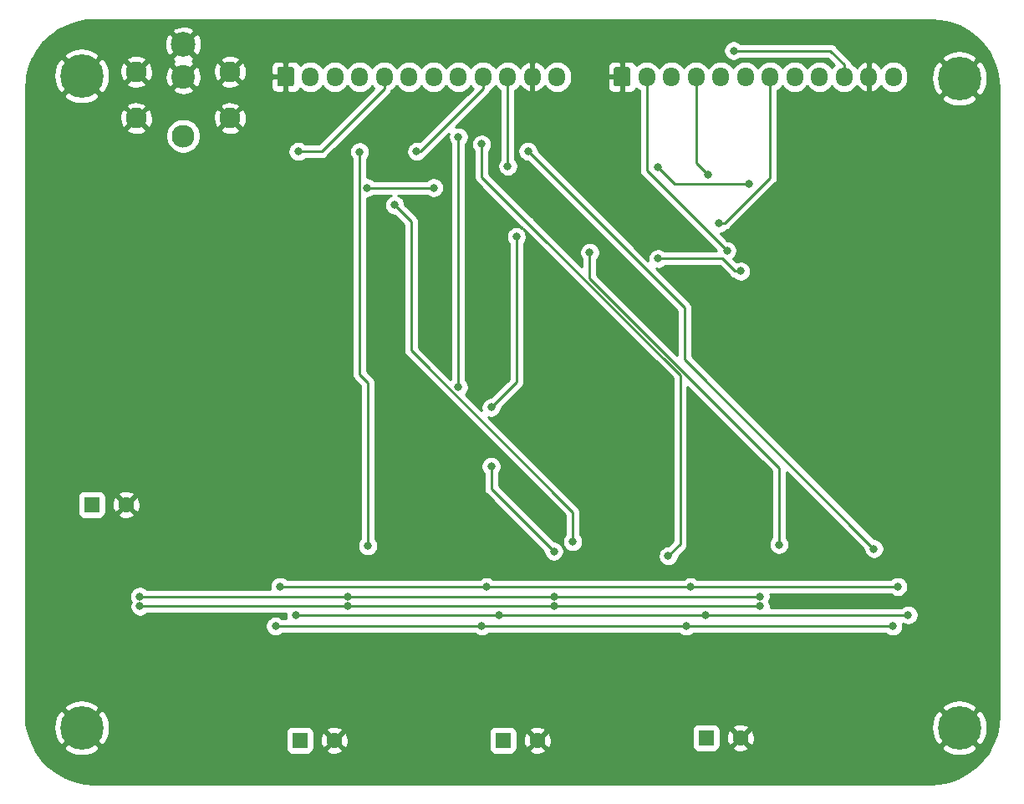
<source format=gbl>
G04 #@! TF.GenerationSoftware,KiCad,Pcbnew,(5.1.5)-3*
G04 #@! TF.CreationDate,2020-03-16T21:32:30+01:00*
G04 #@! TF.ProjectId,motor,6d6f746f-722e-46b6-9963-61645f706362,rev?*
G04 #@! TF.SameCoordinates,Original*
G04 #@! TF.FileFunction,Copper,L2,Bot*
G04 #@! TF.FilePolarity,Positive*
%FSLAX46Y46*%
G04 Gerber Fmt 4.6, Leading zero omitted, Abs format (unit mm)*
G04 Created by KiCad (PCBNEW (5.1.5)-3) date 2020-03-16 21:32:30*
%MOMM*%
%LPD*%
G04 APERTURE LIST*
%ADD10C,2.100000*%
%ADD11C,2.500000*%
%ADD12C,2.400000*%
%ADD13C,2.300000*%
%ADD14R,1.600000X1.600000*%
%ADD15C,1.600000*%
%ADD16C,0.100000*%
%ADD17O,1.700000X1.950000*%
%ADD18C,4.400000*%
%ADD19C,0.800000*%
%ADD20C,0.250000*%
%ADD21C,0.254000*%
G04 APERTURE END LIST*
D10*
X73228000Y-41504500D03*
X73228000Y-46204500D03*
X82728000Y-46204500D03*
X82728000Y-41504500D03*
D11*
X77978000Y-38754500D03*
D12*
X77978000Y-42004500D03*
D13*
X77978000Y-48004500D03*
D14*
X68707000Y-85344000D03*
D15*
X72207000Y-85344000D03*
X93289000Y-109220000D03*
D14*
X89789000Y-109220000D03*
X110363000Y-109220000D03*
D15*
X113863000Y-109220000D03*
X134437000Y-108966000D03*
D14*
X130937000Y-108966000D03*
G04 #@! TA.AperFunction,ComponentPad*
D16*
G36*
X88978504Y-41028204D02*
G01*
X89002773Y-41031804D01*
X89026571Y-41037765D01*
X89049671Y-41046030D01*
X89071849Y-41056520D01*
X89092893Y-41069133D01*
X89112598Y-41083747D01*
X89130777Y-41100223D01*
X89147253Y-41118402D01*
X89161867Y-41138107D01*
X89174480Y-41159151D01*
X89184970Y-41181329D01*
X89193235Y-41204429D01*
X89199196Y-41228227D01*
X89202796Y-41252496D01*
X89204000Y-41277000D01*
X89204000Y-42727000D01*
X89202796Y-42751504D01*
X89199196Y-42775773D01*
X89193235Y-42799571D01*
X89184970Y-42822671D01*
X89174480Y-42844849D01*
X89161867Y-42865893D01*
X89147253Y-42885598D01*
X89130777Y-42903777D01*
X89112598Y-42920253D01*
X89092893Y-42934867D01*
X89071849Y-42947480D01*
X89049671Y-42957970D01*
X89026571Y-42966235D01*
X89002773Y-42972196D01*
X88978504Y-42975796D01*
X88954000Y-42977000D01*
X87754000Y-42977000D01*
X87729496Y-42975796D01*
X87705227Y-42972196D01*
X87681429Y-42966235D01*
X87658329Y-42957970D01*
X87636151Y-42947480D01*
X87615107Y-42934867D01*
X87595402Y-42920253D01*
X87577223Y-42903777D01*
X87560747Y-42885598D01*
X87546133Y-42865893D01*
X87533520Y-42844849D01*
X87523030Y-42822671D01*
X87514765Y-42799571D01*
X87508804Y-42775773D01*
X87505204Y-42751504D01*
X87504000Y-42727000D01*
X87504000Y-41277000D01*
X87505204Y-41252496D01*
X87508804Y-41228227D01*
X87514765Y-41204429D01*
X87523030Y-41181329D01*
X87533520Y-41159151D01*
X87546133Y-41138107D01*
X87560747Y-41118402D01*
X87577223Y-41100223D01*
X87595402Y-41083747D01*
X87615107Y-41069133D01*
X87636151Y-41056520D01*
X87658329Y-41046030D01*
X87681429Y-41037765D01*
X87705227Y-41031804D01*
X87729496Y-41028204D01*
X87754000Y-41027000D01*
X88954000Y-41027000D01*
X88978504Y-41028204D01*
G37*
G04 #@! TD.AperFunction*
D17*
X90854000Y-42002000D03*
X93354000Y-42002000D03*
X95854000Y-42002000D03*
X98354000Y-42002000D03*
X100854000Y-42002000D03*
X103354000Y-42002000D03*
X105854000Y-42002000D03*
X108354000Y-42002000D03*
X110854000Y-42002000D03*
X113354000Y-42002000D03*
X115854000Y-42002000D03*
X149929000Y-42002000D03*
X147429000Y-42002000D03*
X144929000Y-42002000D03*
X142429000Y-42002000D03*
X139929000Y-42002000D03*
X137429000Y-42002000D03*
X134929000Y-42002000D03*
X132429000Y-42002000D03*
X129929000Y-42002000D03*
X127429000Y-42002000D03*
X124929000Y-42002000D03*
G04 #@! TA.AperFunction,ComponentPad*
D16*
G36*
X123053504Y-41028204D02*
G01*
X123077773Y-41031804D01*
X123101571Y-41037765D01*
X123124671Y-41046030D01*
X123146849Y-41056520D01*
X123167893Y-41069133D01*
X123187598Y-41083747D01*
X123205777Y-41100223D01*
X123222253Y-41118402D01*
X123236867Y-41138107D01*
X123249480Y-41159151D01*
X123259970Y-41181329D01*
X123268235Y-41204429D01*
X123274196Y-41228227D01*
X123277796Y-41252496D01*
X123279000Y-41277000D01*
X123279000Y-42727000D01*
X123277796Y-42751504D01*
X123274196Y-42775773D01*
X123268235Y-42799571D01*
X123259970Y-42822671D01*
X123249480Y-42844849D01*
X123236867Y-42865893D01*
X123222253Y-42885598D01*
X123205777Y-42903777D01*
X123187598Y-42920253D01*
X123167893Y-42934867D01*
X123146849Y-42947480D01*
X123124671Y-42957970D01*
X123101571Y-42966235D01*
X123077773Y-42972196D01*
X123053504Y-42975796D01*
X123029000Y-42977000D01*
X121829000Y-42977000D01*
X121804496Y-42975796D01*
X121780227Y-42972196D01*
X121756429Y-42966235D01*
X121733329Y-42957970D01*
X121711151Y-42947480D01*
X121690107Y-42934867D01*
X121670402Y-42920253D01*
X121652223Y-42903777D01*
X121635747Y-42885598D01*
X121621133Y-42865893D01*
X121608520Y-42844849D01*
X121598030Y-42822671D01*
X121589765Y-42799571D01*
X121583804Y-42775773D01*
X121580204Y-42751504D01*
X121579000Y-42727000D01*
X121579000Y-41277000D01*
X121580204Y-41252496D01*
X121583804Y-41228227D01*
X121589765Y-41204429D01*
X121598030Y-41181329D01*
X121608520Y-41159151D01*
X121621133Y-41138107D01*
X121635747Y-41118402D01*
X121652223Y-41100223D01*
X121670402Y-41083747D01*
X121690107Y-41069133D01*
X121711151Y-41056520D01*
X121733329Y-41046030D01*
X121756429Y-41037765D01*
X121780227Y-41031804D01*
X121804496Y-41028204D01*
X121829000Y-41027000D01*
X123029000Y-41027000D01*
X123053504Y-41028204D01*
G37*
G04 #@! TD.AperFunction*
D18*
X67691000Y-41910000D03*
X67691000Y-107950000D03*
X156591000Y-42164000D03*
X156591000Y-107950000D03*
D19*
X120523000Y-91440000D03*
X124079000Y-91440000D03*
X124079000Y-88392000D03*
X122301000Y-89916000D03*
X124079000Y-89916000D03*
X122301000Y-91440000D03*
X120523000Y-88392000D03*
X122301000Y-88392000D03*
X120523000Y-89916000D03*
X99949000Y-91186000D03*
X103505000Y-91186000D03*
X103505000Y-88138000D03*
X101727000Y-89662000D03*
X103505000Y-89662000D03*
X101727000Y-91186000D03*
X99949000Y-88138000D03*
X101727000Y-88138000D03*
X99949000Y-89662000D03*
X78867000Y-90932000D03*
X82423000Y-90932000D03*
X82423000Y-87884000D03*
X80645000Y-89408000D03*
X82423000Y-89408000D03*
X80645000Y-90932000D03*
X78867000Y-87884000D03*
X80645000Y-87884000D03*
X78867000Y-89408000D03*
X117729000Y-100076000D03*
X118491000Y-102870000D03*
X126111000Y-101346000D03*
X124587000Y-102870000D03*
X120015000Y-101346000D03*
X126111000Y-100076000D03*
X121539000Y-101346000D03*
X123063000Y-101346000D03*
X120015000Y-102870000D03*
X124587000Y-101346000D03*
X126111000Y-102870000D03*
X123063000Y-102870000D03*
X118491000Y-101346000D03*
X119253000Y-100076000D03*
X121539000Y-102870000D03*
X96901000Y-99822000D03*
X97663000Y-102616000D03*
X105283000Y-101092000D03*
X103759000Y-102616000D03*
X99187000Y-101092000D03*
X105283000Y-99822000D03*
X100711000Y-101092000D03*
X102235000Y-101092000D03*
X99187000Y-102616000D03*
X103759000Y-101092000D03*
X105283000Y-102616000D03*
X102235000Y-102616000D03*
X97663000Y-101092000D03*
X98425000Y-99822000D03*
X100711000Y-102616000D03*
X76073000Y-99822000D03*
X76835000Y-102616000D03*
X84455000Y-101092000D03*
X82931000Y-102616000D03*
X78359000Y-101092000D03*
X84455000Y-99822000D03*
X79883000Y-101092000D03*
X81407000Y-101092000D03*
X78359000Y-102616000D03*
X82931000Y-101092000D03*
X84455000Y-102616000D03*
X81407000Y-102616000D03*
X76835000Y-101092000D03*
X77597000Y-99822000D03*
X79883000Y-102616000D03*
X140081000Y-100076000D03*
X138557000Y-100076000D03*
X139319000Y-101346000D03*
X139319000Y-102870000D03*
X140843000Y-101346000D03*
X142367000Y-101346000D03*
X143891000Y-101346000D03*
X145415000Y-101346000D03*
X146939000Y-101346000D03*
X146939000Y-100076000D03*
X140843000Y-102870000D03*
X142367000Y-102870000D03*
X143891000Y-102870000D03*
X145415000Y-102870000D03*
X146939000Y-102870000D03*
X144653000Y-91694000D03*
X142875000Y-91694000D03*
X141097000Y-91694000D03*
X141097000Y-88646000D03*
X142875000Y-88646000D03*
X144653000Y-88646000D03*
X141097000Y-90170000D03*
X142875000Y-90170000D03*
X144653000Y-90170000D03*
X72009000Y-100076000D03*
X113665000Y-91948000D03*
X92837000Y-91948000D03*
X134493000Y-91948000D03*
X136429000Y-94652000D03*
X94629000Y-94652000D03*
X73579000Y-94652000D03*
X115529000Y-94652000D03*
X110854000Y-51077000D03*
X111729000Y-58202000D03*
X109179000Y-75502000D03*
X109179000Y-81477000D03*
X115529000Y-90087000D03*
X133731000Y-39370000D03*
X108229000Y-97652000D03*
X128929000Y-97652000D03*
X149854000Y-97652000D03*
X87329000Y-97652000D03*
X133054000Y-59627000D03*
X136429000Y-95652000D03*
X94654000Y-95652000D03*
X73604000Y-95652000D03*
X115529000Y-95652000D03*
X110004000Y-96527000D03*
X89379000Y-96527000D03*
X130879000Y-96527000D03*
X151404000Y-96527000D03*
X131129000Y-51952000D03*
X132254000Y-56852000D03*
X134454000Y-61702000D03*
X126079000Y-60427000D03*
X126079000Y-51202000D03*
X135329000Y-52902000D03*
X96579000Y-53252000D03*
X103354000Y-53252000D03*
X119154000Y-59802000D03*
X138329000Y-89402000D03*
X99402002Y-55002000D03*
X117429000Y-89102000D03*
X96679000Y-89527000D03*
X95854000Y-49602000D03*
X89629000Y-49577000D03*
X112904000Y-49552000D03*
X147929000Y-89827000D03*
X108204000Y-48827000D03*
X127104000Y-90552000D03*
X105854000Y-48102000D03*
X105854000Y-73452000D03*
X101629000Y-49577000D03*
X150354000Y-93652000D03*
X129379000Y-93677000D03*
X108679000Y-93677000D03*
X87779000Y-93652000D03*
D20*
X115529000Y-94652000D02*
X116094685Y-94652000D01*
X116094685Y-94652000D02*
X136429000Y-94652000D01*
X73579000Y-94652000D02*
X74144685Y-94652000D01*
X74144685Y-94652000D02*
X94629000Y-94652000D01*
X94629000Y-94652000D02*
X115529000Y-94652000D01*
X111729000Y-58202000D02*
X111729000Y-72952000D01*
X111729000Y-72952000D02*
X109179000Y-75502000D01*
X109179000Y-83737000D02*
X109179000Y-81477000D01*
X115529000Y-90087000D02*
X109179000Y-83737000D01*
X110854000Y-42002000D02*
X110854000Y-51077000D01*
X144929000Y-40777000D02*
X143522000Y-39370000D01*
X144929000Y-42002000D02*
X144929000Y-40777000D01*
X143522000Y-39370000D02*
X133731000Y-39370000D01*
X149288315Y-97652000D02*
X128929000Y-97652000D01*
X149854000Y-97652000D02*
X149288315Y-97652000D01*
X128363315Y-97652000D02*
X108229000Y-97652000D01*
X128929000Y-97652000D02*
X128363315Y-97652000D01*
X107663315Y-97652000D02*
X87329000Y-97652000D01*
X108229000Y-97652000D02*
X107663315Y-97652000D01*
X124929000Y-51502000D02*
X133054000Y-59627000D01*
X124929000Y-42002000D02*
X124929000Y-51502000D01*
X129504000Y-95652000D02*
X115529000Y-95652000D01*
X136429000Y-95652000D02*
X129504000Y-95652000D01*
X94088315Y-95652000D02*
X73604000Y-95652000D01*
X94654000Y-95652000D02*
X94088315Y-95652000D01*
X114963315Y-95652000D02*
X94654000Y-95652000D01*
X115529000Y-95652000D02*
X114963315Y-95652000D01*
X89944685Y-96527000D02*
X89379000Y-96527000D01*
X110004000Y-96527000D02*
X89944685Y-96527000D01*
X129988315Y-96527000D02*
X110004000Y-96527000D01*
X130879000Y-96527000D02*
X129988315Y-96527000D01*
X151404000Y-96527000D02*
X130879000Y-96527000D01*
X129929000Y-50752000D02*
X131129000Y-51952000D01*
X129929000Y-42002000D02*
X129929000Y-50752000D01*
X132819685Y-56852000D02*
X137429000Y-52242685D01*
X137429000Y-43227000D02*
X137429000Y-42002000D01*
X137429000Y-52242685D02*
X137429000Y-43227000D01*
X132254000Y-56852000D02*
X132819685Y-56852000D01*
X133888315Y-61702000D02*
X132613315Y-60427000D01*
X134454000Y-61702000D02*
X133888315Y-61702000D01*
X132613315Y-60427000D02*
X126079000Y-60427000D01*
X126079000Y-51202000D02*
X127779000Y-52902000D01*
X127779000Y-52902000D02*
X135329000Y-52902000D01*
X96579000Y-53252000D02*
X97144685Y-53252000D01*
X97144685Y-53252000D02*
X99654000Y-53252000D01*
X99654000Y-53252000D02*
X102554000Y-53252000D01*
X102554000Y-53252000D02*
X103354000Y-53252000D01*
X119154000Y-62440590D02*
X138329000Y-81615590D01*
X119154000Y-59802000D02*
X119154000Y-62440590D01*
X138329000Y-81615590D02*
X138329000Y-89402000D01*
X99802001Y-55401999D02*
X99803999Y-55401999D01*
X99402002Y-55002000D02*
X99802001Y-55401999D01*
X99803999Y-55401999D02*
X101079000Y-56677000D01*
X101079000Y-69750002D02*
X117429000Y-86100002D01*
X101079000Y-56677000D02*
X101079000Y-69750002D01*
X117429000Y-86100002D02*
X117429000Y-89102000D01*
X96679000Y-89527000D02*
X96679000Y-72977000D01*
X95854000Y-72152000D02*
X96679000Y-72977000D01*
X95854000Y-49602000D02*
X95854000Y-72152000D01*
X90194685Y-49577000D02*
X89629000Y-49577000D01*
X92004000Y-49577000D02*
X90194685Y-49577000D01*
X98354000Y-43227000D02*
X92004000Y-49577000D01*
X98354000Y-42002000D02*
X98354000Y-43227000D01*
X128754010Y-65402010D02*
X128754010Y-70652010D01*
X112904000Y-49552000D02*
X128754010Y-65402010D01*
X128754010Y-70652010D02*
X147929000Y-89827000D01*
X108204000Y-48827000D02*
X108204000Y-49392685D01*
X108204000Y-49392685D02*
X108204000Y-50902000D01*
X108204000Y-50902000D02*
X108204000Y-52152000D01*
X108204000Y-52152000D02*
X112854000Y-56802000D01*
X112854000Y-56802000D02*
X112879000Y-56802000D01*
X112879000Y-56802000D02*
X128304000Y-72227000D01*
X128304000Y-72227000D02*
X128304000Y-89352000D01*
X128304000Y-89352000D02*
X127104000Y-90552000D01*
X105854000Y-48102000D02*
X105854000Y-48667685D01*
X105854000Y-48667685D02*
X105854000Y-50927000D01*
X105854000Y-50927000D02*
X105854000Y-73452000D01*
X102004000Y-49577000D02*
X101629000Y-49577000D01*
X108354000Y-43227000D02*
X102004000Y-49577000D01*
X108354000Y-42002000D02*
X108354000Y-43227000D01*
X108654000Y-93652000D02*
X108679000Y-93677000D01*
X87779000Y-93652000D02*
X108654000Y-93652000D01*
X109244685Y-93677000D02*
X129379000Y-93677000D01*
X108679000Y-93677000D02*
X109244685Y-93677000D01*
X150329000Y-93677000D02*
X150354000Y-93652000D01*
X129379000Y-93677000D02*
X150329000Y-93677000D01*
D21*
G36*
X154670848Y-36319420D02*
G01*
X155650734Y-36535759D01*
X156589125Y-36891284D01*
X157466368Y-37378548D01*
X158264076Y-37987340D01*
X158965552Y-38704914D01*
X159556091Y-39516233D01*
X160023324Y-40404296D01*
X160357470Y-41350518D01*
X160552276Y-42338888D01*
X160605000Y-43200923D01*
X160605001Y-106655167D01*
X160530580Y-107680849D01*
X160314240Y-108660737D01*
X159958717Y-109599124D01*
X159471452Y-110476368D01*
X158862660Y-111274076D01*
X158145086Y-111975552D01*
X157333772Y-112566087D01*
X156445706Y-113033323D01*
X155499482Y-113367470D01*
X154511112Y-113562276D01*
X153649077Y-113615000D01*
X68985819Y-113615000D01*
X67960151Y-113540580D01*
X66980263Y-113324240D01*
X66041876Y-112968717D01*
X65164632Y-112481452D01*
X64366924Y-111872660D01*
X63665448Y-111155086D01*
X63074913Y-110343772D01*
X62862360Y-109939775D01*
X65880830Y-109939775D01*
X66120976Y-110327018D01*
X66614877Y-110587641D01*
X67150133Y-110746901D01*
X67706174Y-110798678D01*
X68261632Y-110740981D01*
X68795161Y-110576028D01*
X69261024Y-110327018D01*
X69501170Y-109939775D01*
X67691000Y-108129605D01*
X65880830Y-109939775D01*
X62862360Y-109939775D01*
X62607677Y-109455706D01*
X62273530Y-108509482D01*
X62166248Y-107965174D01*
X64842322Y-107965174D01*
X64900019Y-108520632D01*
X65064972Y-109054161D01*
X65313982Y-109520024D01*
X65701225Y-109760170D01*
X67511395Y-107950000D01*
X67870605Y-107950000D01*
X69680775Y-109760170D01*
X70068018Y-109520024D01*
X70328641Y-109026123D01*
X70487901Y-108490867D01*
X70494499Y-108420000D01*
X88350928Y-108420000D01*
X88350928Y-110020000D01*
X88363188Y-110144482D01*
X88399498Y-110264180D01*
X88458463Y-110374494D01*
X88537815Y-110471185D01*
X88634506Y-110550537D01*
X88744820Y-110609502D01*
X88864518Y-110645812D01*
X88989000Y-110658072D01*
X90589000Y-110658072D01*
X90713482Y-110645812D01*
X90833180Y-110609502D01*
X90943494Y-110550537D01*
X91040185Y-110471185D01*
X91119537Y-110374494D01*
X91178502Y-110264180D01*
X91194117Y-110212702D01*
X92475903Y-110212702D01*
X92547486Y-110456671D01*
X92802996Y-110577571D01*
X93077184Y-110646300D01*
X93359512Y-110660217D01*
X93639130Y-110618787D01*
X93905292Y-110523603D01*
X94030514Y-110456671D01*
X94102097Y-110212702D01*
X93289000Y-109399605D01*
X92475903Y-110212702D01*
X91194117Y-110212702D01*
X91214812Y-110144482D01*
X91227072Y-110020000D01*
X91227072Y-109290512D01*
X91848783Y-109290512D01*
X91890213Y-109570130D01*
X91985397Y-109836292D01*
X92052329Y-109961514D01*
X92296298Y-110033097D01*
X93109395Y-109220000D01*
X93468605Y-109220000D01*
X94281702Y-110033097D01*
X94525671Y-109961514D01*
X94646571Y-109706004D01*
X94715300Y-109431816D01*
X94729217Y-109149488D01*
X94687787Y-108869870D01*
X94592603Y-108603708D01*
X94525671Y-108478486D01*
X94326340Y-108420000D01*
X108924928Y-108420000D01*
X108924928Y-110020000D01*
X108937188Y-110144482D01*
X108973498Y-110264180D01*
X109032463Y-110374494D01*
X109111815Y-110471185D01*
X109208506Y-110550537D01*
X109318820Y-110609502D01*
X109438518Y-110645812D01*
X109563000Y-110658072D01*
X111163000Y-110658072D01*
X111287482Y-110645812D01*
X111407180Y-110609502D01*
X111517494Y-110550537D01*
X111614185Y-110471185D01*
X111693537Y-110374494D01*
X111752502Y-110264180D01*
X111768117Y-110212702D01*
X113049903Y-110212702D01*
X113121486Y-110456671D01*
X113376996Y-110577571D01*
X113651184Y-110646300D01*
X113933512Y-110660217D01*
X114213130Y-110618787D01*
X114479292Y-110523603D01*
X114604514Y-110456671D01*
X114676097Y-110212702D01*
X113863000Y-109399605D01*
X113049903Y-110212702D01*
X111768117Y-110212702D01*
X111788812Y-110144482D01*
X111801072Y-110020000D01*
X111801072Y-109290512D01*
X112422783Y-109290512D01*
X112464213Y-109570130D01*
X112559397Y-109836292D01*
X112626329Y-109961514D01*
X112870298Y-110033097D01*
X113683395Y-109220000D01*
X114042605Y-109220000D01*
X114855702Y-110033097D01*
X115099671Y-109961514D01*
X115220571Y-109706004D01*
X115289300Y-109431816D01*
X115303217Y-109149488D01*
X115261787Y-108869870D01*
X115166603Y-108603708D01*
X115099671Y-108478486D01*
X114855702Y-108406903D01*
X114042605Y-109220000D01*
X113683395Y-109220000D01*
X112870298Y-108406903D01*
X112626329Y-108478486D01*
X112505429Y-108733996D01*
X112436700Y-109008184D01*
X112422783Y-109290512D01*
X111801072Y-109290512D01*
X111801072Y-108420000D01*
X111788812Y-108295518D01*
X111768118Y-108227298D01*
X113049903Y-108227298D01*
X113863000Y-109040395D01*
X114676097Y-108227298D01*
X114658112Y-108166000D01*
X129498928Y-108166000D01*
X129498928Y-109766000D01*
X129511188Y-109890482D01*
X129547498Y-110010180D01*
X129606463Y-110120494D01*
X129685815Y-110217185D01*
X129782506Y-110296537D01*
X129892820Y-110355502D01*
X130012518Y-110391812D01*
X130137000Y-110404072D01*
X131737000Y-110404072D01*
X131861482Y-110391812D01*
X131981180Y-110355502D01*
X132091494Y-110296537D01*
X132188185Y-110217185D01*
X132267537Y-110120494D01*
X132326502Y-110010180D01*
X132342117Y-109958702D01*
X133623903Y-109958702D01*
X133695486Y-110202671D01*
X133950996Y-110323571D01*
X134225184Y-110392300D01*
X134507512Y-110406217D01*
X134787130Y-110364787D01*
X135053292Y-110269603D01*
X135178514Y-110202671D01*
X135250097Y-109958702D01*
X135231170Y-109939775D01*
X154780830Y-109939775D01*
X155020976Y-110327018D01*
X155514877Y-110587641D01*
X156050133Y-110746901D01*
X156606174Y-110798678D01*
X157161632Y-110740981D01*
X157695161Y-110576028D01*
X158161024Y-110327018D01*
X158401170Y-109939775D01*
X156591000Y-108129605D01*
X154780830Y-109939775D01*
X135231170Y-109939775D01*
X134437000Y-109145605D01*
X133623903Y-109958702D01*
X132342117Y-109958702D01*
X132362812Y-109890482D01*
X132375072Y-109766000D01*
X132375072Y-109036512D01*
X132996783Y-109036512D01*
X133038213Y-109316130D01*
X133133397Y-109582292D01*
X133200329Y-109707514D01*
X133444298Y-109779097D01*
X134257395Y-108966000D01*
X134616605Y-108966000D01*
X135429702Y-109779097D01*
X135673671Y-109707514D01*
X135794571Y-109452004D01*
X135863300Y-109177816D01*
X135877217Y-108895488D01*
X135835787Y-108615870D01*
X135740603Y-108349708D01*
X135673671Y-108224486D01*
X135429702Y-108152903D01*
X134616605Y-108966000D01*
X134257395Y-108966000D01*
X133444298Y-108152903D01*
X133200329Y-108224486D01*
X133079429Y-108479996D01*
X133010700Y-108754184D01*
X132996783Y-109036512D01*
X132375072Y-109036512D01*
X132375072Y-108166000D01*
X132362812Y-108041518D01*
X132342118Y-107973298D01*
X133623903Y-107973298D01*
X134437000Y-108786395D01*
X135250097Y-107973298D01*
X135247714Y-107965174D01*
X153742322Y-107965174D01*
X153800019Y-108520632D01*
X153964972Y-109054161D01*
X154213982Y-109520024D01*
X154601225Y-109760170D01*
X156411395Y-107950000D01*
X156770605Y-107950000D01*
X158580775Y-109760170D01*
X158968018Y-109520024D01*
X159228641Y-109026123D01*
X159387901Y-108490867D01*
X159439678Y-107934826D01*
X159381981Y-107379368D01*
X159217028Y-106845839D01*
X158968018Y-106379976D01*
X158580775Y-106139830D01*
X156770605Y-107950000D01*
X156411395Y-107950000D01*
X154601225Y-106139830D01*
X154213982Y-106379976D01*
X153953359Y-106873877D01*
X153794099Y-107409133D01*
X153742322Y-107965174D01*
X135247714Y-107965174D01*
X135178514Y-107729329D01*
X134923004Y-107608429D01*
X134648816Y-107539700D01*
X134366488Y-107525783D01*
X134086870Y-107567213D01*
X133820708Y-107662397D01*
X133695486Y-107729329D01*
X133623903Y-107973298D01*
X132342118Y-107973298D01*
X132326502Y-107921820D01*
X132267537Y-107811506D01*
X132188185Y-107714815D01*
X132091494Y-107635463D01*
X131981180Y-107576498D01*
X131861482Y-107540188D01*
X131737000Y-107527928D01*
X130137000Y-107527928D01*
X130012518Y-107540188D01*
X129892820Y-107576498D01*
X129782506Y-107635463D01*
X129685815Y-107714815D01*
X129606463Y-107811506D01*
X129547498Y-107921820D01*
X129511188Y-108041518D01*
X129498928Y-108166000D01*
X114658112Y-108166000D01*
X114604514Y-107983329D01*
X114349004Y-107862429D01*
X114074816Y-107793700D01*
X113792488Y-107779783D01*
X113512870Y-107821213D01*
X113246708Y-107916397D01*
X113121486Y-107983329D01*
X113049903Y-108227298D01*
X111768118Y-108227298D01*
X111752502Y-108175820D01*
X111693537Y-108065506D01*
X111614185Y-107968815D01*
X111517494Y-107889463D01*
X111407180Y-107830498D01*
X111287482Y-107794188D01*
X111163000Y-107781928D01*
X109563000Y-107781928D01*
X109438518Y-107794188D01*
X109318820Y-107830498D01*
X109208506Y-107889463D01*
X109111815Y-107968815D01*
X109032463Y-108065506D01*
X108973498Y-108175820D01*
X108937188Y-108295518D01*
X108924928Y-108420000D01*
X94326340Y-108420000D01*
X94281702Y-108406903D01*
X93468605Y-109220000D01*
X93109395Y-109220000D01*
X92296298Y-108406903D01*
X92052329Y-108478486D01*
X91931429Y-108733996D01*
X91862700Y-109008184D01*
X91848783Y-109290512D01*
X91227072Y-109290512D01*
X91227072Y-108420000D01*
X91214812Y-108295518D01*
X91194118Y-108227298D01*
X92475903Y-108227298D01*
X93289000Y-109040395D01*
X94102097Y-108227298D01*
X94030514Y-107983329D01*
X93775004Y-107862429D01*
X93500816Y-107793700D01*
X93218488Y-107779783D01*
X92938870Y-107821213D01*
X92672708Y-107916397D01*
X92547486Y-107983329D01*
X92475903Y-108227298D01*
X91194118Y-108227298D01*
X91178502Y-108175820D01*
X91119537Y-108065506D01*
X91040185Y-107968815D01*
X90943494Y-107889463D01*
X90833180Y-107830498D01*
X90713482Y-107794188D01*
X90589000Y-107781928D01*
X88989000Y-107781928D01*
X88864518Y-107794188D01*
X88744820Y-107830498D01*
X88634506Y-107889463D01*
X88537815Y-107968815D01*
X88458463Y-108065506D01*
X88399498Y-108175820D01*
X88363188Y-108295518D01*
X88350928Y-108420000D01*
X70494499Y-108420000D01*
X70539678Y-107934826D01*
X70481981Y-107379368D01*
X70317028Y-106845839D01*
X70068018Y-106379976D01*
X69680775Y-106139830D01*
X67870605Y-107950000D01*
X67511395Y-107950000D01*
X65701225Y-106139830D01*
X65313982Y-106379976D01*
X65053359Y-106873877D01*
X64894099Y-107409133D01*
X64842322Y-107965174D01*
X62166248Y-107965174D01*
X62078724Y-107521112D01*
X62026000Y-106659077D01*
X62026000Y-105960225D01*
X65880830Y-105960225D01*
X67691000Y-107770395D01*
X69501170Y-105960225D01*
X154780830Y-105960225D01*
X156591000Y-107770395D01*
X158401170Y-105960225D01*
X158161024Y-105572982D01*
X157667123Y-105312359D01*
X157131867Y-105153099D01*
X156575826Y-105101322D01*
X156020368Y-105159019D01*
X155486839Y-105323972D01*
X155020976Y-105572982D01*
X154780830Y-105960225D01*
X69501170Y-105960225D01*
X69261024Y-105572982D01*
X68767123Y-105312359D01*
X68231867Y-105153099D01*
X67675826Y-105101322D01*
X67120368Y-105159019D01*
X66586839Y-105323972D01*
X66120976Y-105572982D01*
X65880830Y-105960225D01*
X62026000Y-105960225D01*
X62026000Y-94550061D01*
X72544000Y-94550061D01*
X72544000Y-94753939D01*
X72583774Y-94953898D01*
X72661795Y-95142256D01*
X72682211Y-95172811D01*
X72608774Y-95350102D01*
X72569000Y-95550061D01*
X72569000Y-95753939D01*
X72608774Y-95953898D01*
X72686795Y-96142256D01*
X72800063Y-96311774D01*
X72944226Y-96455937D01*
X73113744Y-96569205D01*
X73302102Y-96647226D01*
X73502061Y-96687000D01*
X73705939Y-96687000D01*
X73905898Y-96647226D01*
X74094256Y-96569205D01*
X74263774Y-96455937D01*
X74307711Y-96412000D01*
X88346598Y-96412000D01*
X88344000Y-96425061D01*
X88344000Y-96628939D01*
X88383774Y-96828898D01*
X88409912Y-96892000D01*
X88032711Y-96892000D01*
X87988774Y-96848063D01*
X87819256Y-96734795D01*
X87630898Y-96656774D01*
X87430939Y-96617000D01*
X87227061Y-96617000D01*
X87027102Y-96656774D01*
X86838744Y-96734795D01*
X86669226Y-96848063D01*
X86525063Y-96992226D01*
X86411795Y-97161744D01*
X86333774Y-97350102D01*
X86294000Y-97550061D01*
X86294000Y-97753939D01*
X86333774Y-97953898D01*
X86411795Y-98142256D01*
X86525063Y-98311774D01*
X86669226Y-98455937D01*
X86838744Y-98569205D01*
X87027102Y-98647226D01*
X87227061Y-98687000D01*
X87430939Y-98687000D01*
X87630898Y-98647226D01*
X87819256Y-98569205D01*
X87988774Y-98455937D01*
X88032711Y-98412000D01*
X107525289Y-98412000D01*
X107569226Y-98455937D01*
X107738744Y-98569205D01*
X107927102Y-98647226D01*
X108127061Y-98687000D01*
X108330939Y-98687000D01*
X108530898Y-98647226D01*
X108719256Y-98569205D01*
X108888774Y-98455937D01*
X108932711Y-98412000D01*
X128225289Y-98412000D01*
X128269226Y-98455937D01*
X128438744Y-98569205D01*
X128627102Y-98647226D01*
X128827061Y-98687000D01*
X129030939Y-98687000D01*
X129230898Y-98647226D01*
X129419256Y-98569205D01*
X129588774Y-98455937D01*
X129632711Y-98412000D01*
X149150289Y-98412000D01*
X149194226Y-98455937D01*
X149363744Y-98569205D01*
X149552102Y-98647226D01*
X149752061Y-98687000D01*
X149955939Y-98687000D01*
X150155898Y-98647226D01*
X150344256Y-98569205D01*
X150513774Y-98455937D01*
X150657937Y-98311774D01*
X150771205Y-98142256D01*
X150849226Y-97953898D01*
X150889000Y-97753939D01*
X150889000Y-97550061D01*
X150860924Y-97408912D01*
X150913744Y-97444205D01*
X151102102Y-97522226D01*
X151302061Y-97562000D01*
X151505939Y-97562000D01*
X151705898Y-97522226D01*
X151894256Y-97444205D01*
X152063774Y-97330937D01*
X152207937Y-97186774D01*
X152321205Y-97017256D01*
X152399226Y-96828898D01*
X152439000Y-96628939D01*
X152439000Y-96425061D01*
X152399226Y-96225102D01*
X152321205Y-96036744D01*
X152207937Y-95867226D01*
X152063774Y-95723063D01*
X151894256Y-95609795D01*
X151705898Y-95531774D01*
X151505939Y-95492000D01*
X151302061Y-95492000D01*
X151102102Y-95531774D01*
X150913744Y-95609795D01*
X150744226Y-95723063D01*
X150700289Y-95767000D01*
X137461402Y-95767000D01*
X137464000Y-95753939D01*
X137464000Y-95550061D01*
X137424226Y-95350102D01*
X137346205Y-95161744D01*
X137339694Y-95152000D01*
X137346205Y-95142256D01*
X137424226Y-94953898D01*
X137464000Y-94753939D01*
X137464000Y-94550061D01*
X137441511Y-94437000D01*
X149675289Y-94437000D01*
X149694226Y-94455937D01*
X149863744Y-94569205D01*
X150052102Y-94647226D01*
X150252061Y-94687000D01*
X150455939Y-94687000D01*
X150655898Y-94647226D01*
X150844256Y-94569205D01*
X151013774Y-94455937D01*
X151157937Y-94311774D01*
X151271205Y-94142256D01*
X151349226Y-93953898D01*
X151389000Y-93753939D01*
X151389000Y-93550061D01*
X151349226Y-93350102D01*
X151271205Y-93161744D01*
X151157937Y-92992226D01*
X151013774Y-92848063D01*
X150844256Y-92734795D01*
X150655898Y-92656774D01*
X150455939Y-92617000D01*
X150252061Y-92617000D01*
X150052102Y-92656774D01*
X149863744Y-92734795D01*
X149694226Y-92848063D01*
X149625289Y-92917000D01*
X130082711Y-92917000D01*
X130038774Y-92873063D01*
X129869256Y-92759795D01*
X129680898Y-92681774D01*
X129480939Y-92642000D01*
X129277061Y-92642000D01*
X129077102Y-92681774D01*
X128888744Y-92759795D01*
X128719226Y-92873063D01*
X128675289Y-92917000D01*
X109382711Y-92917000D01*
X109338774Y-92873063D01*
X109169256Y-92759795D01*
X108980898Y-92681774D01*
X108780939Y-92642000D01*
X108577061Y-92642000D01*
X108377102Y-92681774D01*
X108188744Y-92759795D01*
X108019226Y-92873063D01*
X108000289Y-92892000D01*
X88482711Y-92892000D01*
X88438774Y-92848063D01*
X88269256Y-92734795D01*
X88080898Y-92656774D01*
X87880939Y-92617000D01*
X87677061Y-92617000D01*
X87477102Y-92656774D01*
X87288744Y-92734795D01*
X87119226Y-92848063D01*
X86975063Y-92992226D01*
X86861795Y-93161744D01*
X86783774Y-93350102D01*
X86744000Y-93550061D01*
X86744000Y-93753939D01*
X86771462Y-93892000D01*
X74282711Y-93892000D01*
X74238774Y-93848063D01*
X74069256Y-93734795D01*
X73880898Y-93656774D01*
X73680939Y-93617000D01*
X73477061Y-93617000D01*
X73277102Y-93656774D01*
X73088744Y-93734795D01*
X72919226Y-93848063D01*
X72775063Y-93992226D01*
X72661795Y-94161744D01*
X72583774Y-94350102D01*
X72544000Y-94550061D01*
X62026000Y-94550061D01*
X62026000Y-84544000D01*
X67268928Y-84544000D01*
X67268928Y-86144000D01*
X67281188Y-86268482D01*
X67317498Y-86388180D01*
X67376463Y-86498494D01*
X67455815Y-86595185D01*
X67552506Y-86674537D01*
X67662820Y-86733502D01*
X67782518Y-86769812D01*
X67907000Y-86782072D01*
X69507000Y-86782072D01*
X69631482Y-86769812D01*
X69751180Y-86733502D01*
X69861494Y-86674537D01*
X69958185Y-86595185D01*
X70037537Y-86498494D01*
X70096502Y-86388180D01*
X70112117Y-86336702D01*
X71393903Y-86336702D01*
X71465486Y-86580671D01*
X71720996Y-86701571D01*
X71995184Y-86770300D01*
X72277512Y-86784217D01*
X72557130Y-86742787D01*
X72823292Y-86647603D01*
X72948514Y-86580671D01*
X73020097Y-86336702D01*
X72207000Y-85523605D01*
X71393903Y-86336702D01*
X70112117Y-86336702D01*
X70132812Y-86268482D01*
X70145072Y-86144000D01*
X70145072Y-85414512D01*
X70766783Y-85414512D01*
X70808213Y-85694130D01*
X70903397Y-85960292D01*
X70970329Y-86085514D01*
X71214298Y-86157097D01*
X72027395Y-85344000D01*
X72386605Y-85344000D01*
X73199702Y-86157097D01*
X73443671Y-86085514D01*
X73564571Y-85830004D01*
X73633300Y-85555816D01*
X73647217Y-85273488D01*
X73605787Y-84993870D01*
X73510603Y-84727708D01*
X73443671Y-84602486D01*
X73199702Y-84530903D01*
X72386605Y-85344000D01*
X72027395Y-85344000D01*
X71214298Y-84530903D01*
X70970329Y-84602486D01*
X70849429Y-84857996D01*
X70780700Y-85132184D01*
X70766783Y-85414512D01*
X70145072Y-85414512D01*
X70145072Y-84544000D01*
X70132812Y-84419518D01*
X70112118Y-84351298D01*
X71393903Y-84351298D01*
X72207000Y-85164395D01*
X73020097Y-84351298D01*
X72948514Y-84107329D01*
X72693004Y-83986429D01*
X72418816Y-83917700D01*
X72136488Y-83903783D01*
X71856870Y-83945213D01*
X71590708Y-84040397D01*
X71465486Y-84107329D01*
X71393903Y-84351298D01*
X70112118Y-84351298D01*
X70096502Y-84299820D01*
X70037537Y-84189506D01*
X69958185Y-84092815D01*
X69861494Y-84013463D01*
X69751180Y-83954498D01*
X69631482Y-83918188D01*
X69507000Y-83905928D01*
X67907000Y-83905928D01*
X67782518Y-83918188D01*
X67662820Y-83954498D01*
X67552506Y-84013463D01*
X67455815Y-84092815D01*
X67376463Y-84189506D01*
X67317498Y-84299820D01*
X67281188Y-84419518D01*
X67268928Y-84544000D01*
X62026000Y-84544000D01*
X62026000Y-47375566D01*
X72236539Y-47375566D01*
X72338339Y-47645079D01*
X72636477Y-47790963D01*
X72957346Y-47875880D01*
X73288617Y-47896566D01*
X73617557Y-47852228D01*
X73686193Y-47828693D01*
X76193000Y-47828693D01*
X76193000Y-48180307D01*
X76261596Y-48525165D01*
X76396153Y-48850015D01*
X76591500Y-49142371D01*
X76840129Y-49391000D01*
X77132485Y-49586347D01*
X77457335Y-49720904D01*
X77802193Y-49789500D01*
X78153807Y-49789500D01*
X78498665Y-49720904D01*
X78823515Y-49586347D01*
X79115871Y-49391000D01*
X79364500Y-49142371D01*
X79559847Y-48850015D01*
X79694404Y-48525165D01*
X79763000Y-48180307D01*
X79763000Y-47828693D01*
X79694404Y-47483835D01*
X79649558Y-47375566D01*
X81736539Y-47375566D01*
X81838339Y-47645079D01*
X82136477Y-47790963D01*
X82457346Y-47875880D01*
X82788617Y-47896566D01*
X83117557Y-47852228D01*
X83431527Y-47744569D01*
X83617661Y-47645079D01*
X83719461Y-47375566D01*
X82728000Y-46384105D01*
X81736539Y-47375566D01*
X79649558Y-47375566D01*
X79559847Y-47158985D01*
X79364500Y-46866629D01*
X79115871Y-46618000D01*
X78823515Y-46422653D01*
X78498665Y-46288096D01*
X78383141Y-46265117D01*
X81035934Y-46265117D01*
X81080272Y-46594057D01*
X81187931Y-46908027D01*
X81287421Y-47094161D01*
X81556934Y-47195961D01*
X82548395Y-46204500D01*
X82907605Y-46204500D01*
X83899066Y-47195961D01*
X84168579Y-47094161D01*
X84314463Y-46796023D01*
X84399380Y-46475154D01*
X84420066Y-46143883D01*
X84375728Y-45814943D01*
X84268069Y-45500973D01*
X84168579Y-45314839D01*
X83899066Y-45213039D01*
X82907605Y-46204500D01*
X82548395Y-46204500D01*
X81556934Y-45213039D01*
X81287421Y-45314839D01*
X81141537Y-45612977D01*
X81056620Y-45933846D01*
X81035934Y-46265117D01*
X78383141Y-46265117D01*
X78153807Y-46219500D01*
X77802193Y-46219500D01*
X77457335Y-46288096D01*
X77132485Y-46422653D01*
X76840129Y-46618000D01*
X76591500Y-46866629D01*
X76396153Y-47158985D01*
X76261596Y-47483835D01*
X76193000Y-47828693D01*
X73686193Y-47828693D01*
X73931527Y-47744569D01*
X74117661Y-47645079D01*
X74219461Y-47375566D01*
X73228000Y-46384105D01*
X72236539Y-47375566D01*
X62026000Y-47375566D01*
X62026000Y-46265117D01*
X71535934Y-46265117D01*
X71580272Y-46594057D01*
X71687931Y-46908027D01*
X71787421Y-47094161D01*
X72056934Y-47195961D01*
X73048395Y-46204500D01*
X73407605Y-46204500D01*
X74399066Y-47195961D01*
X74668579Y-47094161D01*
X74814463Y-46796023D01*
X74899380Y-46475154D01*
X74920066Y-46143883D01*
X74875728Y-45814943D01*
X74768069Y-45500973D01*
X74668579Y-45314839D01*
X74399066Y-45213039D01*
X73407605Y-46204500D01*
X73048395Y-46204500D01*
X72056934Y-45213039D01*
X71787421Y-45314839D01*
X71641537Y-45612977D01*
X71556620Y-45933846D01*
X71535934Y-46265117D01*
X62026000Y-46265117D01*
X62026000Y-45033434D01*
X72236539Y-45033434D01*
X73228000Y-46024895D01*
X74219461Y-45033434D01*
X81736539Y-45033434D01*
X82728000Y-46024895D01*
X83719461Y-45033434D01*
X83617661Y-44763921D01*
X83319523Y-44618037D01*
X82998654Y-44533120D01*
X82667383Y-44512434D01*
X82338443Y-44556772D01*
X82024473Y-44664431D01*
X81838339Y-44763921D01*
X81736539Y-45033434D01*
X74219461Y-45033434D01*
X74117661Y-44763921D01*
X73819523Y-44618037D01*
X73498654Y-44533120D01*
X73167383Y-44512434D01*
X72838443Y-44556772D01*
X72524473Y-44664431D01*
X72338339Y-44763921D01*
X72236539Y-45033434D01*
X62026000Y-45033434D01*
X62026000Y-43899775D01*
X65880830Y-43899775D01*
X66120976Y-44287018D01*
X66614877Y-44547641D01*
X67150133Y-44706901D01*
X67706174Y-44758678D01*
X68261632Y-44700981D01*
X68795161Y-44536028D01*
X69261024Y-44287018D01*
X69501170Y-43899775D01*
X67691000Y-42089605D01*
X65880830Y-43899775D01*
X62026000Y-43899775D01*
X62026000Y-43204819D01*
X62100420Y-42179152D01*
X62156493Y-41925174D01*
X64842322Y-41925174D01*
X64900019Y-42480632D01*
X65064972Y-43014161D01*
X65313982Y-43480024D01*
X65701225Y-43720170D01*
X67511395Y-41910000D01*
X67870605Y-41910000D01*
X69680775Y-43720170D01*
X70068018Y-43480024D01*
X70172258Y-43282480D01*
X76879626Y-43282480D01*
X76999514Y-43567336D01*
X77323210Y-43728199D01*
X77672069Y-43822822D01*
X78032684Y-43847567D01*
X78391198Y-43801485D01*
X78733833Y-43686346D01*
X78956486Y-43567336D01*
X79076374Y-43282480D01*
X77978000Y-42184105D01*
X76879626Y-43282480D01*
X70172258Y-43282480D01*
X70328641Y-42986123D01*
X70421044Y-42675566D01*
X72236539Y-42675566D01*
X72338339Y-42945079D01*
X72636477Y-43090963D01*
X72957346Y-43175880D01*
X73288617Y-43196566D01*
X73617557Y-43152228D01*
X73931527Y-43044569D01*
X74117661Y-42945079D01*
X74219461Y-42675566D01*
X73228000Y-41684105D01*
X72236539Y-42675566D01*
X70421044Y-42675566D01*
X70487901Y-42450867D01*
X70539678Y-41894826D01*
X70505431Y-41565117D01*
X71535934Y-41565117D01*
X71580272Y-41894057D01*
X71687931Y-42208027D01*
X71787421Y-42394161D01*
X72056934Y-42495961D01*
X73048395Y-41504500D01*
X73407605Y-41504500D01*
X74399066Y-42495961D01*
X74668579Y-42394161D01*
X74814463Y-42096023D01*
X74824212Y-42059184D01*
X76134933Y-42059184D01*
X76181015Y-42417698D01*
X76296154Y-42760333D01*
X76415164Y-42982986D01*
X76700020Y-43102874D01*
X77798395Y-42004500D01*
X78157605Y-42004500D01*
X79255980Y-43102874D01*
X79540836Y-42982986D01*
X79693610Y-42675566D01*
X81736539Y-42675566D01*
X81838339Y-42945079D01*
X82136477Y-43090963D01*
X82457346Y-43175880D01*
X82788617Y-43196566D01*
X83117557Y-43152228D01*
X83431527Y-43044569D01*
X83557940Y-42977000D01*
X86865928Y-42977000D01*
X86878188Y-43101482D01*
X86914498Y-43221180D01*
X86973463Y-43331494D01*
X87052815Y-43428185D01*
X87149506Y-43507537D01*
X87259820Y-43566502D01*
X87379518Y-43602812D01*
X87504000Y-43615072D01*
X88068250Y-43612000D01*
X88227000Y-43453250D01*
X88227000Y-42129000D01*
X87027750Y-42129000D01*
X86869000Y-42287750D01*
X86865928Y-42977000D01*
X83557940Y-42977000D01*
X83617661Y-42945079D01*
X83719461Y-42675566D01*
X82728000Y-41684105D01*
X81736539Y-42675566D01*
X79693610Y-42675566D01*
X79701699Y-42659290D01*
X79796322Y-42310431D01*
X79821067Y-41949816D01*
X79774985Y-41591302D01*
X79766186Y-41565117D01*
X81035934Y-41565117D01*
X81080272Y-41894057D01*
X81187931Y-42208027D01*
X81287421Y-42394161D01*
X81556934Y-42495961D01*
X82548395Y-41504500D01*
X82907605Y-41504500D01*
X83899066Y-42495961D01*
X84168579Y-42394161D01*
X84314463Y-42096023D01*
X84399380Y-41775154D01*
X84420066Y-41443883D01*
X84375728Y-41114943D01*
X84345573Y-41027000D01*
X86865928Y-41027000D01*
X86869000Y-41716250D01*
X87027750Y-41875000D01*
X88227000Y-41875000D01*
X88227000Y-40550750D01*
X88481000Y-40550750D01*
X88481000Y-41875000D01*
X88501000Y-41875000D01*
X88501000Y-42129000D01*
X88481000Y-42129000D01*
X88481000Y-43453250D01*
X88639750Y-43612000D01*
X89204000Y-43615072D01*
X89328482Y-43602812D01*
X89448180Y-43566502D01*
X89558494Y-43507537D01*
X89655185Y-43428185D01*
X89734537Y-43331494D01*
X89793502Y-43221180D01*
X89804055Y-43186392D01*
X90024987Y-43367706D01*
X90282967Y-43505599D01*
X90562890Y-43590513D01*
X90854000Y-43619185D01*
X91145111Y-43590513D01*
X91425034Y-43505599D01*
X91683014Y-43367706D01*
X91909134Y-43182134D01*
X92094706Y-42956014D01*
X92104000Y-42938626D01*
X92113294Y-42956014D01*
X92298866Y-43182134D01*
X92524987Y-43367706D01*
X92782967Y-43505599D01*
X93062890Y-43590513D01*
X93354000Y-43619185D01*
X93645111Y-43590513D01*
X93925034Y-43505599D01*
X94183014Y-43367706D01*
X94409134Y-43182134D01*
X94594706Y-42956014D01*
X94604000Y-42938626D01*
X94613294Y-42956014D01*
X94798866Y-43182134D01*
X95024987Y-43367706D01*
X95282967Y-43505599D01*
X95562890Y-43590513D01*
X95854000Y-43619185D01*
X96145111Y-43590513D01*
X96425034Y-43505599D01*
X96683014Y-43367706D01*
X96909134Y-43182134D01*
X97094706Y-42956014D01*
X97104000Y-42938626D01*
X97113294Y-42956014D01*
X97298866Y-43182134D01*
X97312706Y-43193492D01*
X91689199Y-48817000D01*
X90332711Y-48817000D01*
X90288774Y-48773063D01*
X90119256Y-48659795D01*
X89930898Y-48581774D01*
X89730939Y-48542000D01*
X89527061Y-48542000D01*
X89327102Y-48581774D01*
X89138744Y-48659795D01*
X88969226Y-48773063D01*
X88825063Y-48917226D01*
X88711795Y-49086744D01*
X88633774Y-49275102D01*
X88594000Y-49475061D01*
X88594000Y-49678939D01*
X88633774Y-49878898D01*
X88711795Y-50067256D01*
X88825063Y-50236774D01*
X88969226Y-50380937D01*
X89138744Y-50494205D01*
X89327102Y-50572226D01*
X89527061Y-50612000D01*
X89730939Y-50612000D01*
X89930898Y-50572226D01*
X90119256Y-50494205D01*
X90288774Y-50380937D01*
X90332711Y-50337000D01*
X91966678Y-50337000D01*
X92004000Y-50340676D01*
X92041322Y-50337000D01*
X92041333Y-50337000D01*
X92152986Y-50326003D01*
X92296247Y-50282546D01*
X92428276Y-50211974D01*
X92544001Y-50117001D01*
X92567804Y-50087997D01*
X98865003Y-43790799D01*
X98894001Y-43767001D01*
X98932749Y-43719787D01*
X98988974Y-43651277D01*
X99059546Y-43519247D01*
X99063686Y-43505599D01*
X99090517Y-43417146D01*
X99183014Y-43367706D01*
X99409134Y-43182134D01*
X99594706Y-42956014D01*
X99604000Y-42938626D01*
X99613294Y-42956014D01*
X99798866Y-43182134D01*
X100024987Y-43367706D01*
X100282967Y-43505599D01*
X100562890Y-43590513D01*
X100854000Y-43619185D01*
X101145111Y-43590513D01*
X101425034Y-43505599D01*
X101683014Y-43367706D01*
X101909134Y-43182134D01*
X102094706Y-42956014D01*
X102104000Y-42938626D01*
X102113294Y-42956014D01*
X102298866Y-43182134D01*
X102524987Y-43367706D01*
X102782967Y-43505599D01*
X103062890Y-43590513D01*
X103354000Y-43619185D01*
X103645111Y-43590513D01*
X103925034Y-43505599D01*
X104183014Y-43367706D01*
X104409134Y-43182134D01*
X104594706Y-42956014D01*
X104604000Y-42938626D01*
X104613294Y-42956014D01*
X104798866Y-43182134D01*
X105024987Y-43367706D01*
X105282967Y-43505599D01*
X105562890Y-43590513D01*
X105854000Y-43619185D01*
X106145111Y-43590513D01*
X106425034Y-43505599D01*
X106683014Y-43367706D01*
X106909134Y-43182134D01*
X107094706Y-42956014D01*
X107104000Y-42938626D01*
X107113294Y-42956014D01*
X107298866Y-43182134D01*
X107312706Y-43193492D01*
X101925499Y-48580700D01*
X101730939Y-48542000D01*
X101527061Y-48542000D01*
X101327102Y-48581774D01*
X101138744Y-48659795D01*
X100969226Y-48773063D01*
X100825063Y-48917226D01*
X100711795Y-49086744D01*
X100633774Y-49275102D01*
X100594000Y-49475061D01*
X100594000Y-49678939D01*
X100633774Y-49878898D01*
X100711795Y-50067256D01*
X100825063Y-50236774D01*
X100969226Y-50380937D01*
X101138744Y-50494205D01*
X101327102Y-50572226D01*
X101527061Y-50612000D01*
X101730939Y-50612000D01*
X101930898Y-50572226D01*
X102119256Y-50494205D01*
X102288774Y-50380937D01*
X102432937Y-50236774D01*
X102475286Y-50173394D01*
X102544001Y-50117001D01*
X102567804Y-50087997D01*
X104860948Y-47794853D01*
X104858774Y-47800102D01*
X104819000Y-48000061D01*
X104819000Y-48203939D01*
X104858774Y-48403898D01*
X104936795Y-48592256D01*
X105050063Y-48761774D01*
X105094000Y-48805711D01*
X105094001Y-50889658D01*
X105094000Y-50889668D01*
X105094001Y-72690202D01*
X101839000Y-69435201D01*
X101839000Y-56714325D01*
X101842676Y-56677000D01*
X101839000Y-56639675D01*
X101839000Y-56639667D01*
X101828003Y-56528014D01*
X101784546Y-56384753D01*
X101713974Y-56252724D01*
X101619001Y-56136999D01*
X101590004Y-56113202D01*
X100437002Y-54960201D01*
X100437002Y-54900061D01*
X100397228Y-54700102D01*
X100319207Y-54511744D01*
X100205939Y-54342226D01*
X100061776Y-54198063D01*
X99892258Y-54084795D01*
X99716517Y-54012000D01*
X102650289Y-54012000D01*
X102694226Y-54055937D01*
X102863744Y-54169205D01*
X103052102Y-54247226D01*
X103252061Y-54287000D01*
X103455939Y-54287000D01*
X103655898Y-54247226D01*
X103844256Y-54169205D01*
X104013774Y-54055937D01*
X104157937Y-53911774D01*
X104271205Y-53742256D01*
X104349226Y-53553898D01*
X104389000Y-53353939D01*
X104389000Y-53150061D01*
X104349226Y-52950102D01*
X104271205Y-52761744D01*
X104157937Y-52592226D01*
X104013774Y-52448063D01*
X103844256Y-52334795D01*
X103655898Y-52256774D01*
X103455939Y-52217000D01*
X103252061Y-52217000D01*
X103052102Y-52256774D01*
X102863744Y-52334795D01*
X102694226Y-52448063D01*
X102650289Y-52492000D01*
X97282711Y-52492000D01*
X97238774Y-52448063D01*
X97069256Y-52334795D01*
X96880898Y-52256774D01*
X96680939Y-52217000D01*
X96614000Y-52217000D01*
X96614000Y-50305711D01*
X96657937Y-50261774D01*
X96771205Y-50092256D01*
X96849226Y-49903898D01*
X96889000Y-49703939D01*
X96889000Y-49500061D01*
X96849226Y-49300102D01*
X96771205Y-49111744D01*
X96657937Y-48942226D01*
X96513774Y-48798063D01*
X96344256Y-48684795D01*
X96155898Y-48606774D01*
X95955939Y-48567000D01*
X95752061Y-48567000D01*
X95552102Y-48606774D01*
X95363744Y-48684795D01*
X95194226Y-48798063D01*
X95050063Y-48942226D01*
X94936795Y-49111744D01*
X94858774Y-49300102D01*
X94819000Y-49500061D01*
X94819000Y-49703939D01*
X94858774Y-49903898D01*
X94936795Y-50092256D01*
X95050063Y-50261774D01*
X95094000Y-50305711D01*
X95094001Y-72114667D01*
X95090324Y-72152000D01*
X95104998Y-72300985D01*
X95148454Y-72444246D01*
X95219026Y-72576276D01*
X95290201Y-72663002D01*
X95314000Y-72692001D01*
X95342998Y-72715799D01*
X95919001Y-73291803D01*
X95919000Y-88823289D01*
X95875063Y-88867226D01*
X95761795Y-89036744D01*
X95683774Y-89225102D01*
X95644000Y-89425061D01*
X95644000Y-89628939D01*
X95683774Y-89828898D01*
X95761795Y-90017256D01*
X95875063Y-90186774D01*
X96019226Y-90330937D01*
X96188744Y-90444205D01*
X96377102Y-90522226D01*
X96577061Y-90562000D01*
X96780939Y-90562000D01*
X96980898Y-90522226D01*
X97169256Y-90444205D01*
X97338774Y-90330937D01*
X97482937Y-90186774D01*
X97596205Y-90017256D01*
X97674226Y-89828898D01*
X97714000Y-89628939D01*
X97714000Y-89425061D01*
X97674226Y-89225102D01*
X97596205Y-89036744D01*
X97482937Y-88867226D01*
X97439000Y-88823289D01*
X97439000Y-81375061D01*
X108144000Y-81375061D01*
X108144000Y-81578939D01*
X108183774Y-81778898D01*
X108261795Y-81967256D01*
X108375063Y-82136774D01*
X108419001Y-82180712D01*
X108419000Y-83699677D01*
X108415324Y-83737000D01*
X108419000Y-83774322D01*
X108419000Y-83774332D01*
X108429997Y-83885985D01*
X108450780Y-83954498D01*
X108473454Y-84029246D01*
X108544026Y-84161276D01*
X108567194Y-84189506D01*
X108638999Y-84277001D01*
X108668003Y-84300804D01*
X114494000Y-90126802D01*
X114494000Y-90188939D01*
X114533774Y-90388898D01*
X114611795Y-90577256D01*
X114725063Y-90746774D01*
X114869226Y-90890937D01*
X115038744Y-91004205D01*
X115227102Y-91082226D01*
X115427061Y-91122000D01*
X115630939Y-91122000D01*
X115830898Y-91082226D01*
X116019256Y-91004205D01*
X116188774Y-90890937D01*
X116332937Y-90746774D01*
X116446205Y-90577256D01*
X116524226Y-90388898D01*
X116564000Y-90188939D01*
X116564000Y-89985061D01*
X116524226Y-89785102D01*
X116446205Y-89596744D01*
X116332937Y-89427226D01*
X116188774Y-89283063D01*
X116019256Y-89169795D01*
X115830898Y-89091774D01*
X115630939Y-89052000D01*
X115568802Y-89052000D01*
X109939000Y-83422199D01*
X109939000Y-82180711D01*
X109982937Y-82136774D01*
X110096205Y-81967256D01*
X110174226Y-81778898D01*
X110214000Y-81578939D01*
X110214000Y-81375061D01*
X110174226Y-81175102D01*
X110096205Y-80986744D01*
X109982937Y-80817226D01*
X109838774Y-80673063D01*
X109669256Y-80559795D01*
X109480898Y-80481774D01*
X109280939Y-80442000D01*
X109077061Y-80442000D01*
X108877102Y-80481774D01*
X108688744Y-80559795D01*
X108519226Y-80673063D01*
X108375063Y-80817226D01*
X108261795Y-80986744D01*
X108183774Y-81175102D01*
X108144000Y-81375061D01*
X97439000Y-81375061D01*
X97439000Y-73014322D01*
X97442676Y-72976999D01*
X97439000Y-72939676D01*
X97439000Y-72939667D01*
X97428003Y-72828014D01*
X97384546Y-72684753D01*
X97313974Y-72552724D01*
X97219001Y-72436999D01*
X97190002Y-72413201D01*
X96614000Y-71837199D01*
X96614000Y-54287000D01*
X96680939Y-54287000D01*
X96880898Y-54247226D01*
X97069256Y-54169205D01*
X97238774Y-54055937D01*
X97282711Y-54012000D01*
X99087487Y-54012000D01*
X98911746Y-54084795D01*
X98742228Y-54198063D01*
X98598065Y-54342226D01*
X98484797Y-54511744D01*
X98406776Y-54700102D01*
X98367002Y-54900061D01*
X98367002Y-55103939D01*
X98406776Y-55303898D01*
X98484797Y-55492256D01*
X98598065Y-55661774D01*
X98742228Y-55805937D01*
X98911746Y-55919205D01*
X99100104Y-55997226D01*
X99300063Y-56037000D01*
X99364199Y-56037000D01*
X100319000Y-56991802D01*
X100319001Y-69712670D01*
X100315324Y-69750002D01*
X100319001Y-69787335D01*
X100329998Y-69898988D01*
X100343180Y-69942444D01*
X100373454Y-70042248D01*
X100444026Y-70174278D01*
X100487897Y-70227734D01*
X100539000Y-70290003D01*
X100567998Y-70313801D01*
X116669000Y-86414804D01*
X116669001Y-88398288D01*
X116625063Y-88442226D01*
X116511795Y-88611744D01*
X116433774Y-88800102D01*
X116394000Y-89000061D01*
X116394000Y-89203939D01*
X116433774Y-89403898D01*
X116511795Y-89592256D01*
X116625063Y-89761774D01*
X116769226Y-89905937D01*
X116938744Y-90019205D01*
X117127102Y-90097226D01*
X117327061Y-90137000D01*
X117530939Y-90137000D01*
X117730898Y-90097226D01*
X117919256Y-90019205D01*
X118088774Y-89905937D01*
X118232937Y-89761774D01*
X118346205Y-89592256D01*
X118424226Y-89403898D01*
X118464000Y-89203939D01*
X118464000Y-89000061D01*
X118424226Y-88800102D01*
X118346205Y-88611744D01*
X118232937Y-88442226D01*
X118189000Y-88398289D01*
X118189000Y-86137327D01*
X118192676Y-86100002D01*
X118189000Y-86062677D01*
X118189000Y-86062669D01*
X118178003Y-85951016D01*
X118134546Y-85807755D01*
X118063974Y-85675726D01*
X117969001Y-85560001D01*
X117940004Y-85536204D01*
X108906966Y-76503166D01*
X109077061Y-76537000D01*
X109280939Y-76537000D01*
X109480898Y-76497226D01*
X109669256Y-76419205D01*
X109838774Y-76305937D01*
X109982937Y-76161774D01*
X110096205Y-75992256D01*
X110174226Y-75803898D01*
X110214000Y-75603939D01*
X110214000Y-75541801D01*
X112240003Y-73515799D01*
X112269001Y-73492001D01*
X112363974Y-73376276D01*
X112434546Y-73244247D01*
X112478003Y-73100986D01*
X112489000Y-72989333D01*
X112492677Y-72952000D01*
X112489000Y-72914667D01*
X112489000Y-58905711D01*
X112532937Y-58861774D01*
X112646205Y-58692256D01*
X112724226Y-58503898D01*
X112764000Y-58303939D01*
X112764000Y-58100061D01*
X112724226Y-57900102D01*
X112646205Y-57711744D01*
X112532937Y-57542226D01*
X112418357Y-57427646D01*
X112429723Y-57436974D01*
X112450024Y-57447825D01*
X127544000Y-72541802D01*
X127544001Y-89037197D01*
X127064199Y-89517000D01*
X127002061Y-89517000D01*
X126802102Y-89556774D01*
X126613744Y-89634795D01*
X126444226Y-89748063D01*
X126300063Y-89892226D01*
X126186795Y-90061744D01*
X126108774Y-90250102D01*
X126069000Y-90450061D01*
X126069000Y-90653939D01*
X126108774Y-90853898D01*
X126186795Y-91042256D01*
X126300063Y-91211774D01*
X126444226Y-91355937D01*
X126613744Y-91469205D01*
X126802102Y-91547226D01*
X127002061Y-91587000D01*
X127205939Y-91587000D01*
X127405898Y-91547226D01*
X127594256Y-91469205D01*
X127763774Y-91355937D01*
X127907937Y-91211774D01*
X128021205Y-91042256D01*
X128099226Y-90853898D01*
X128139000Y-90653939D01*
X128139000Y-90591801D01*
X128815003Y-89915799D01*
X128844001Y-89892001D01*
X128938974Y-89776276D01*
X129009546Y-89644247D01*
X129053003Y-89500986D01*
X129064000Y-89389333D01*
X129064000Y-89389324D01*
X129067676Y-89352001D01*
X129064000Y-89314678D01*
X129064000Y-73425392D01*
X137569000Y-81930392D01*
X137569001Y-88698288D01*
X137525063Y-88742226D01*
X137411795Y-88911744D01*
X137333774Y-89100102D01*
X137294000Y-89300061D01*
X137294000Y-89503939D01*
X137333774Y-89703898D01*
X137411795Y-89892256D01*
X137525063Y-90061774D01*
X137669226Y-90205937D01*
X137838744Y-90319205D01*
X138027102Y-90397226D01*
X138227061Y-90437000D01*
X138430939Y-90437000D01*
X138630898Y-90397226D01*
X138819256Y-90319205D01*
X138988774Y-90205937D01*
X139132937Y-90061774D01*
X139246205Y-89892256D01*
X139324226Y-89703898D01*
X139364000Y-89503939D01*
X139364000Y-89300061D01*
X139324226Y-89100102D01*
X139246205Y-88911744D01*
X139132937Y-88742226D01*
X139089000Y-88698289D01*
X139089000Y-82061802D01*
X146894000Y-89866802D01*
X146894000Y-89928939D01*
X146933774Y-90128898D01*
X147011795Y-90317256D01*
X147125063Y-90486774D01*
X147269226Y-90630937D01*
X147438744Y-90744205D01*
X147627102Y-90822226D01*
X147827061Y-90862000D01*
X148030939Y-90862000D01*
X148230898Y-90822226D01*
X148419256Y-90744205D01*
X148588774Y-90630937D01*
X148732937Y-90486774D01*
X148846205Y-90317256D01*
X148924226Y-90128898D01*
X148964000Y-89928939D01*
X148964000Y-89725061D01*
X148924226Y-89525102D01*
X148846205Y-89336744D01*
X148732937Y-89167226D01*
X148588774Y-89023063D01*
X148419256Y-88909795D01*
X148230898Y-88831774D01*
X148030939Y-88792000D01*
X147968802Y-88792000D01*
X129514010Y-70337209D01*
X129514010Y-65439332D01*
X129517686Y-65402009D01*
X129514010Y-65364686D01*
X129514010Y-65364677D01*
X129503013Y-65253024D01*
X129459556Y-65109763D01*
X129388985Y-64977735D01*
X129388984Y-64977733D01*
X129317809Y-64891007D01*
X129294011Y-64862009D01*
X129265014Y-64838212D01*
X125866887Y-61440085D01*
X125977061Y-61462000D01*
X126180939Y-61462000D01*
X126380898Y-61422226D01*
X126569256Y-61344205D01*
X126738774Y-61230937D01*
X126782711Y-61187000D01*
X132298514Y-61187000D01*
X133324516Y-62213003D01*
X133348314Y-62242001D01*
X133464039Y-62336974D01*
X133596068Y-62407546D01*
X133739276Y-62450987D01*
X133794226Y-62505937D01*
X133963744Y-62619205D01*
X134152102Y-62697226D01*
X134352061Y-62737000D01*
X134555939Y-62737000D01*
X134755898Y-62697226D01*
X134944256Y-62619205D01*
X135113774Y-62505937D01*
X135257937Y-62361774D01*
X135371205Y-62192256D01*
X135449226Y-62003898D01*
X135489000Y-61803939D01*
X135489000Y-61600061D01*
X135449226Y-61400102D01*
X135371205Y-61211744D01*
X135257937Y-61042226D01*
X135113774Y-60898063D01*
X134944256Y-60784795D01*
X134755898Y-60706774D01*
X134555939Y-60667000D01*
X134352061Y-60667000D01*
X134152102Y-60706774D01*
X134021845Y-60760729D01*
X133700753Y-60439637D01*
X133713774Y-60430937D01*
X133857937Y-60286774D01*
X133971205Y-60117256D01*
X134049226Y-59928898D01*
X134089000Y-59728939D01*
X134089000Y-59525061D01*
X134049226Y-59325102D01*
X133971205Y-59136744D01*
X133857937Y-58967226D01*
X133713774Y-58823063D01*
X133544256Y-58709795D01*
X133355898Y-58631774D01*
X133155939Y-58592000D01*
X133093802Y-58592000D01*
X132383350Y-57881548D01*
X132555898Y-57847226D01*
X132744256Y-57769205D01*
X132913774Y-57655937D01*
X132968724Y-57600987D01*
X133111932Y-57557546D01*
X133243961Y-57486974D01*
X133359686Y-57392001D01*
X133383489Y-57362997D01*
X137940004Y-52806483D01*
X137969001Y-52782686D01*
X138063974Y-52666961D01*
X138134546Y-52534932D01*
X138178003Y-52391671D01*
X138189000Y-52280018D01*
X138189000Y-52280010D01*
X138192676Y-52242685D01*
X138189000Y-52205360D01*
X138189000Y-44153775D01*
X154780830Y-44153775D01*
X155020976Y-44541018D01*
X155514877Y-44801641D01*
X156050133Y-44960901D01*
X156606174Y-45012678D01*
X157161632Y-44954981D01*
X157695161Y-44790028D01*
X158161024Y-44541018D01*
X158401170Y-44153775D01*
X156591000Y-42343605D01*
X154780830Y-44153775D01*
X138189000Y-44153775D01*
X138189000Y-43404595D01*
X138258014Y-43367706D01*
X138484134Y-43182134D01*
X138669706Y-42956014D01*
X138679000Y-42938626D01*
X138688294Y-42956014D01*
X138873866Y-43182134D01*
X139099987Y-43367706D01*
X139357967Y-43505599D01*
X139637890Y-43590513D01*
X139929000Y-43619185D01*
X140220111Y-43590513D01*
X140500034Y-43505599D01*
X140758014Y-43367706D01*
X140984134Y-43182134D01*
X141169706Y-42956014D01*
X141179000Y-42938626D01*
X141188294Y-42956014D01*
X141373866Y-43182134D01*
X141599987Y-43367706D01*
X141857967Y-43505599D01*
X142137890Y-43590513D01*
X142429000Y-43619185D01*
X142720111Y-43590513D01*
X143000034Y-43505599D01*
X143258014Y-43367706D01*
X143484134Y-43182134D01*
X143669706Y-42956014D01*
X143679000Y-42938626D01*
X143688294Y-42956014D01*
X143873866Y-43182134D01*
X144099987Y-43367706D01*
X144357967Y-43505599D01*
X144637890Y-43590513D01*
X144929000Y-43619185D01*
X145220111Y-43590513D01*
X145500034Y-43505599D01*
X145758014Y-43367706D01*
X145984134Y-43182134D01*
X146169706Y-42956014D01*
X146183462Y-42930278D01*
X146339951Y-43136429D01*
X146557807Y-43329496D01*
X146809142Y-43476352D01*
X147072110Y-43568476D01*
X147302000Y-43447155D01*
X147302000Y-42129000D01*
X147282000Y-42129000D01*
X147282000Y-41875000D01*
X147302000Y-41875000D01*
X147302000Y-40556845D01*
X147556000Y-40556845D01*
X147556000Y-41875000D01*
X147576000Y-41875000D01*
X147576000Y-42129000D01*
X147556000Y-42129000D01*
X147556000Y-43447155D01*
X147785890Y-43568476D01*
X148048858Y-43476352D01*
X148300193Y-43329496D01*
X148518049Y-43136429D01*
X148674538Y-42930278D01*
X148688294Y-42956014D01*
X148873866Y-43182134D01*
X149099987Y-43367706D01*
X149357967Y-43505599D01*
X149637890Y-43590513D01*
X149929000Y-43619185D01*
X150220111Y-43590513D01*
X150500034Y-43505599D01*
X150758014Y-43367706D01*
X150984134Y-43182134D01*
X151169706Y-42956014D01*
X151307599Y-42698033D01*
X151392513Y-42418110D01*
X151414000Y-42199949D01*
X151414000Y-42179174D01*
X153742322Y-42179174D01*
X153800019Y-42734632D01*
X153964972Y-43268161D01*
X154213982Y-43734024D01*
X154601225Y-43974170D01*
X156411395Y-42164000D01*
X156770605Y-42164000D01*
X158580775Y-43974170D01*
X158968018Y-43734024D01*
X159228641Y-43240123D01*
X159387901Y-42704867D01*
X159439678Y-42148826D01*
X159381981Y-41593368D01*
X159217028Y-41059839D01*
X158968018Y-40593976D01*
X158580775Y-40353830D01*
X156770605Y-42164000D01*
X156411395Y-42164000D01*
X154601225Y-40353830D01*
X154213982Y-40593976D01*
X153953359Y-41087877D01*
X153794099Y-41623133D01*
X153742322Y-42179174D01*
X151414000Y-42179174D01*
X151414000Y-41804050D01*
X151392513Y-41585889D01*
X151307599Y-41305966D01*
X151169706Y-41047986D01*
X150984134Y-40821866D01*
X150758013Y-40636294D01*
X150500033Y-40498401D01*
X150220110Y-40413487D01*
X149929000Y-40384815D01*
X149637889Y-40413487D01*
X149357966Y-40498401D01*
X149099986Y-40636294D01*
X148873866Y-40821866D01*
X148688294Y-41047987D01*
X148674538Y-41073722D01*
X148518049Y-40867571D01*
X148300193Y-40674504D01*
X148048858Y-40527648D01*
X147785890Y-40435524D01*
X147556000Y-40556845D01*
X147302000Y-40556845D01*
X147072110Y-40435524D01*
X146809142Y-40527648D01*
X146557807Y-40674504D01*
X146339951Y-40867571D01*
X146183462Y-41073722D01*
X146169706Y-41047986D01*
X145984134Y-40821866D01*
X145758013Y-40636294D01*
X145665518Y-40586854D01*
X145634546Y-40484753D01*
X145563974Y-40352724D01*
X145524254Y-40304325D01*
X145492799Y-40265996D01*
X145492795Y-40265992D01*
X145469001Y-40236999D01*
X145440008Y-40213205D01*
X145401028Y-40174225D01*
X154780830Y-40174225D01*
X156591000Y-41984395D01*
X158401170Y-40174225D01*
X158161024Y-39786982D01*
X157667123Y-39526359D01*
X157131867Y-39367099D01*
X156575826Y-39315322D01*
X156020368Y-39373019D01*
X155486839Y-39537972D01*
X155020976Y-39786982D01*
X154780830Y-40174225D01*
X145401028Y-40174225D01*
X144085803Y-38859002D01*
X144062001Y-38829999D01*
X143946276Y-38735026D01*
X143814247Y-38664454D01*
X143670986Y-38620997D01*
X143559333Y-38610000D01*
X143559322Y-38610000D01*
X143522000Y-38606324D01*
X143484678Y-38610000D01*
X134434711Y-38610000D01*
X134390774Y-38566063D01*
X134221256Y-38452795D01*
X134032898Y-38374774D01*
X133832939Y-38335000D01*
X133629061Y-38335000D01*
X133429102Y-38374774D01*
X133240744Y-38452795D01*
X133071226Y-38566063D01*
X132927063Y-38710226D01*
X132813795Y-38879744D01*
X132735774Y-39068102D01*
X132696000Y-39268061D01*
X132696000Y-39471939D01*
X132735774Y-39671898D01*
X132813795Y-39860256D01*
X132927063Y-40029774D01*
X133071226Y-40173937D01*
X133240744Y-40287205D01*
X133429102Y-40365226D01*
X133629061Y-40405000D01*
X133832939Y-40405000D01*
X134032898Y-40365226D01*
X134221256Y-40287205D01*
X134390774Y-40173937D01*
X134434711Y-40130000D01*
X143207199Y-40130000D01*
X143887706Y-40810508D01*
X143873866Y-40821866D01*
X143688294Y-41047987D01*
X143679000Y-41065374D01*
X143669706Y-41047986D01*
X143484134Y-40821866D01*
X143258013Y-40636294D01*
X143000033Y-40498401D01*
X142720110Y-40413487D01*
X142429000Y-40384815D01*
X142137889Y-40413487D01*
X141857966Y-40498401D01*
X141599986Y-40636294D01*
X141373866Y-40821866D01*
X141188294Y-41047987D01*
X141179000Y-41065374D01*
X141169706Y-41047986D01*
X140984134Y-40821866D01*
X140758013Y-40636294D01*
X140500033Y-40498401D01*
X140220110Y-40413487D01*
X139929000Y-40384815D01*
X139637889Y-40413487D01*
X139357966Y-40498401D01*
X139099986Y-40636294D01*
X138873866Y-40821866D01*
X138688294Y-41047987D01*
X138679000Y-41065374D01*
X138669706Y-41047986D01*
X138484134Y-40821866D01*
X138258013Y-40636294D01*
X138000033Y-40498401D01*
X137720110Y-40413487D01*
X137429000Y-40384815D01*
X137137889Y-40413487D01*
X136857966Y-40498401D01*
X136599986Y-40636294D01*
X136373866Y-40821866D01*
X136188294Y-41047987D01*
X136179000Y-41065374D01*
X136169706Y-41047986D01*
X135984134Y-40821866D01*
X135758013Y-40636294D01*
X135500033Y-40498401D01*
X135220110Y-40413487D01*
X134929000Y-40384815D01*
X134637889Y-40413487D01*
X134357966Y-40498401D01*
X134099986Y-40636294D01*
X133873866Y-40821866D01*
X133688294Y-41047987D01*
X133679000Y-41065374D01*
X133669706Y-41047986D01*
X133484134Y-40821866D01*
X133258013Y-40636294D01*
X133000033Y-40498401D01*
X132720110Y-40413487D01*
X132429000Y-40384815D01*
X132137889Y-40413487D01*
X131857966Y-40498401D01*
X131599986Y-40636294D01*
X131373866Y-40821866D01*
X131188294Y-41047987D01*
X131179000Y-41065374D01*
X131169706Y-41047986D01*
X130984134Y-40821866D01*
X130758013Y-40636294D01*
X130500033Y-40498401D01*
X130220110Y-40413487D01*
X129929000Y-40384815D01*
X129637889Y-40413487D01*
X129357966Y-40498401D01*
X129099986Y-40636294D01*
X128873866Y-40821866D01*
X128688294Y-41047987D01*
X128679000Y-41065374D01*
X128669706Y-41047986D01*
X128484134Y-40821866D01*
X128258013Y-40636294D01*
X128000033Y-40498401D01*
X127720110Y-40413487D01*
X127429000Y-40384815D01*
X127137889Y-40413487D01*
X126857966Y-40498401D01*
X126599986Y-40636294D01*
X126373866Y-40821866D01*
X126188294Y-41047987D01*
X126179000Y-41065374D01*
X126169706Y-41047986D01*
X125984134Y-40821866D01*
X125758013Y-40636294D01*
X125500033Y-40498401D01*
X125220110Y-40413487D01*
X124929000Y-40384815D01*
X124637889Y-40413487D01*
X124357966Y-40498401D01*
X124099986Y-40636294D01*
X123879055Y-40817608D01*
X123868502Y-40782820D01*
X123809537Y-40672506D01*
X123730185Y-40575815D01*
X123633494Y-40496463D01*
X123523180Y-40437498D01*
X123403482Y-40401188D01*
X123279000Y-40388928D01*
X122714750Y-40392000D01*
X122556000Y-40550750D01*
X122556000Y-41875000D01*
X122576000Y-41875000D01*
X122576000Y-42129000D01*
X122556000Y-42129000D01*
X122556000Y-43453250D01*
X122714750Y-43612000D01*
X123279000Y-43615072D01*
X123403482Y-43602812D01*
X123523180Y-43566502D01*
X123633494Y-43507537D01*
X123730185Y-43428185D01*
X123809537Y-43331494D01*
X123868502Y-43221180D01*
X123879055Y-43186392D01*
X124099987Y-43367706D01*
X124169000Y-43404594D01*
X124169001Y-51464668D01*
X124165324Y-51502000D01*
X124169001Y-51539333D01*
X124179998Y-51650986D01*
X124187587Y-51676003D01*
X124223454Y-51794246D01*
X124294026Y-51926276D01*
X124315137Y-51951999D01*
X124389000Y-52042001D01*
X124417998Y-52065799D01*
X132019000Y-59666802D01*
X132019000Y-59667000D01*
X126782711Y-59667000D01*
X126738774Y-59623063D01*
X126569256Y-59509795D01*
X126380898Y-59431774D01*
X126180939Y-59392000D01*
X125977061Y-59392000D01*
X125777102Y-59431774D01*
X125588744Y-59509795D01*
X125419226Y-59623063D01*
X125275063Y-59767226D01*
X125161795Y-59936744D01*
X125083774Y-60125102D01*
X125044000Y-60325061D01*
X125044000Y-60528939D01*
X125065915Y-60639113D01*
X113939000Y-49512199D01*
X113939000Y-49450061D01*
X113899226Y-49250102D01*
X113821205Y-49061744D01*
X113707937Y-48892226D01*
X113563774Y-48748063D01*
X113394256Y-48634795D01*
X113205898Y-48556774D01*
X113005939Y-48517000D01*
X112802061Y-48517000D01*
X112602102Y-48556774D01*
X112413744Y-48634795D01*
X112244226Y-48748063D01*
X112100063Y-48892226D01*
X111986795Y-49061744D01*
X111908774Y-49250102D01*
X111869000Y-49450061D01*
X111869000Y-49653939D01*
X111908774Y-49853898D01*
X111986795Y-50042256D01*
X112100063Y-50211774D01*
X112244226Y-50355937D01*
X112413744Y-50469205D01*
X112602102Y-50547226D01*
X112802061Y-50587000D01*
X112864199Y-50587000D01*
X127994010Y-65716812D01*
X127994011Y-70205799D01*
X119914000Y-62125789D01*
X119914000Y-60505711D01*
X119957937Y-60461774D01*
X120071205Y-60292256D01*
X120149226Y-60103898D01*
X120189000Y-59903939D01*
X120189000Y-59700061D01*
X120149226Y-59500102D01*
X120071205Y-59311744D01*
X119957937Y-59142226D01*
X119813774Y-58998063D01*
X119644256Y-58884795D01*
X119455898Y-58806774D01*
X119255939Y-58767000D01*
X119052061Y-58767000D01*
X118852102Y-58806774D01*
X118663744Y-58884795D01*
X118494226Y-58998063D01*
X118350063Y-59142226D01*
X118236795Y-59311744D01*
X118158774Y-59500102D01*
X118119000Y-59700061D01*
X118119000Y-59903939D01*
X118158774Y-60103898D01*
X118236795Y-60292256D01*
X118350063Y-60461774D01*
X118394000Y-60505711D01*
X118394001Y-61242199D01*
X113442804Y-56291003D01*
X113419001Y-56261999D01*
X113303276Y-56167026D01*
X113282979Y-56156177D01*
X108964000Y-51837199D01*
X108964000Y-49530711D01*
X109007937Y-49486774D01*
X109121205Y-49317256D01*
X109199226Y-49128898D01*
X109239000Y-48928939D01*
X109239000Y-48725061D01*
X109199226Y-48525102D01*
X109121205Y-48336744D01*
X109007937Y-48167226D01*
X108863774Y-48023063D01*
X108694256Y-47909795D01*
X108505898Y-47831774D01*
X108305939Y-47792000D01*
X108102061Y-47792000D01*
X107902102Y-47831774D01*
X107713744Y-47909795D01*
X107544226Y-48023063D01*
X107400063Y-48167226D01*
X107286795Y-48336744D01*
X107208774Y-48525102D01*
X107169000Y-48725061D01*
X107169000Y-48928939D01*
X107208774Y-49128898D01*
X107286795Y-49317256D01*
X107400063Y-49486774D01*
X107444000Y-49530711D01*
X107444001Y-50864658D01*
X107444000Y-50864668D01*
X107444001Y-52114668D01*
X107440324Y-52152000D01*
X107444001Y-52189333D01*
X107450644Y-52256774D01*
X107454998Y-52300985D01*
X107498454Y-52444246D01*
X107569026Y-52576276D01*
X107640201Y-52663002D01*
X107664000Y-52692001D01*
X107692998Y-52715799D01*
X112290200Y-57313002D01*
X112313999Y-57342001D01*
X112342997Y-57365799D01*
X112353992Y-57374823D01*
X112219256Y-57284795D01*
X112030898Y-57206774D01*
X111830939Y-57167000D01*
X111627061Y-57167000D01*
X111427102Y-57206774D01*
X111238744Y-57284795D01*
X111069226Y-57398063D01*
X110925063Y-57542226D01*
X110811795Y-57711744D01*
X110733774Y-57900102D01*
X110694000Y-58100061D01*
X110694000Y-58303939D01*
X110733774Y-58503898D01*
X110811795Y-58692256D01*
X110925063Y-58861774D01*
X110969000Y-58905711D01*
X110969001Y-72637197D01*
X109139199Y-74467000D01*
X109077061Y-74467000D01*
X108877102Y-74506774D01*
X108688744Y-74584795D01*
X108519226Y-74698063D01*
X108375063Y-74842226D01*
X108261795Y-75011744D01*
X108183774Y-75200102D01*
X108144000Y-75400061D01*
X108144000Y-75603939D01*
X108177834Y-75774034D01*
X106586755Y-74182956D01*
X106657937Y-74111774D01*
X106771205Y-73942256D01*
X106849226Y-73753898D01*
X106889000Y-73553939D01*
X106889000Y-73350061D01*
X106849226Y-73150102D01*
X106771205Y-72961744D01*
X106657937Y-72792226D01*
X106614000Y-72748289D01*
X106614000Y-48805711D01*
X106657937Y-48761774D01*
X106771205Y-48592256D01*
X106849226Y-48403898D01*
X106889000Y-48203939D01*
X106889000Y-48000061D01*
X106849226Y-47800102D01*
X106771205Y-47611744D01*
X106657937Y-47442226D01*
X106513774Y-47298063D01*
X106344256Y-47184795D01*
X106155898Y-47106774D01*
X105955939Y-47067000D01*
X105752061Y-47067000D01*
X105552102Y-47106774D01*
X105546853Y-47108948D01*
X108865003Y-43790799D01*
X108894001Y-43767001D01*
X108932749Y-43719787D01*
X108988974Y-43651277D01*
X109059546Y-43519247D01*
X109063686Y-43505599D01*
X109090517Y-43417146D01*
X109183014Y-43367706D01*
X109409134Y-43182134D01*
X109594706Y-42956014D01*
X109604000Y-42938626D01*
X109613294Y-42956014D01*
X109798866Y-43182134D01*
X110024987Y-43367706D01*
X110094000Y-43404594D01*
X110094001Y-50373288D01*
X110050063Y-50417226D01*
X109936795Y-50586744D01*
X109858774Y-50775102D01*
X109819000Y-50975061D01*
X109819000Y-51178939D01*
X109858774Y-51378898D01*
X109936795Y-51567256D01*
X110050063Y-51736774D01*
X110194226Y-51880937D01*
X110363744Y-51994205D01*
X110552102Y-52072226D01*
X110752061Y-52112000D01*
X110955939Y-52112000D01*
X111155898Y-52072226D01*
X111344256Y-51994205D01*
X111513774Y-51880937D01*
X111657937Y-51736774D01*
X111771205Y-51567256D01*
X111849226Y-51378898D01*
X111889000Y-51178939D01*
X111889000Y-50975061D01*
X111849226Y-50775102D01*
X111771205Y-50586744D01*
X111657937Y-50417226D01*
X111614000Y-50373289D01*
X111614000Y-43404595D01*
X111683014Y-43367706D01*
X111909134Y-43182134D01*
X112094706Y-42956014D01*
X112108462Y-42930278D01*
X112264951Y-43136429D01*
X112482807Y-43329496D01*
X112734142Y-43476352D01*
X112997110Y-43568476D01*
X113227000Y-43447155D01*
X113227000Y-42129000D01*
X113207000Y-42129000D01*
X113207000Y-41875000D01*
X113227000Y-41875000D01*
X113227000Y-40556845D01*
X113481000Y-40556845D01*
X113481000Y-41875000D01*
X113501000Y-41875000D01*
X113501000Y-42129000D01*
X113481000Y-42129000D01*
X113481000Y-43447155D01*
X113710890Y-43568476D01*
X113973858Y-43476352D01*
X114225193Y-43329496D01*
X114443049Y-43136429D01*
X114599538Y-42930278D01*
X114613294Y-42956014D01*
X114798866Y-43182134D01*
X115024987Y-43367706D01*
X115282967Y-43505599D01*
X115562890Y-43590513D01*
X115854000Y-43619185D01*
X116145111Y-43590513D01*
X116425034Y-43505599D01*
X116683014Y-43367706D01*
X116909134Y-43182134D01*
X117077483Y-42977000D01*
X120940928Y-42977000D01*
X120953188Y-43101482D01*
X120989498Y-43221180D01*
X121048463Y-43331494D01*
X121127815Y-43428185D01*
X121224506Y-43507537D01*
X121334820Y-43566502D01*
X121454518Y-43602812D01*
X121579000Y-43615072D01*
X122143250Y-43612000D01*
X122302000Y-43453250D01*
X122302000Y-42129000D01*
X121102750Y-42129000D01*
X120944000Y-42287750D01*
X120940928Y-42977000D01*
X117077483Y-42977000D01*
X117094706Y-42956014D01*
X117232599Y-42698033D01*
X117317513Y-42418110D01*
X117339000Y-42199949D01*
X117339000Y-41804050D01*
X117317513Y-41585889D01*
X117232599Y-41305966D01*
X117094706Y-41047986D01*
X117077484Y-41027000D01*
X120940928Y-41027000D01*
X120944000Y-41716250D01*
X121102750Y-41875000D01*
X122302000Y-41875000D01*
X122302000Y-40550750D01*
X122143250Y-40392000D01*
X121579000Y-40388928D01*
X121454518Y-40401188D01*
X121334820Y-40437498D01*
X121224506Y-40496463D01*
X121127815Y-40575815D01*
X121048463Y-40672506D01*
X120989498Y-40782820D01*
X120953188Y-40902518D01*
X120940928Y-41027000D01*
X117077484Y-41027000D01*
X116909134Y-40821866D01*
X116683013Y-40636294D01*
X116425033Y-40498401D01*
X116145110Y-40413487D01*
X115854000Y-40384815D01*
X115562889Y-40413487D01*
X115282966Y-40498401D01*
X115024986Y-40636294D01*
X114798866Y-40821866D01*
X114613294Y-41047987D01*
X114599538Y-41073722D01*
X114443049Y-40867571D01*
X114225193Y-40674504D01*
X113973858Y-40527648D01*
X113710890Y-40435524D01*
X113481000Y-40556845D01*
X113227000Y-40556845D01*
X112997110Y-40435524D01*
X112734142Y-40527648D01*
X112482807Y-40674504D01*
X112264951Y-40867571D01*
X112108462Y-41073722D01*
X112094706Y-41047986D01*
X111909134Y-40821866D01*
X111683013Y-40636294D01*
X111425033Y-40498401D01*
X111145110Y-40413487D01*
X110854000Y-40384815D01*
X110562889Y-40413487D01*
X110282966Y-40498401D01*
X110024986Y-40636294D01*
X109798866Y-40821866D01*
X109613294Y-41047987D01*
X109604000Y-41065374D01*
X109594706Y-41047986D01*
X109409134Y-40821866D01*
X109183013Y-40636294D01*
X108925033Y-40498401D01*
X108645110Y-40413487D01*
X108354000Y-40384815D01*
X108062889Y-40413487D01*
X107782966Y-40498401D01*
X107524986Y-40636294D01*
X107298866Y-40821866D01*
X107113294Y-41047987D01*
X107104000Y-41065374D01*
X107094706Y-41047986D01*
X106909134Y-40821866D01*
X106683013Y-40636294D01*
X106425033Y-40498401D01*
X106145110Y-40413487D01*
X105854000Y-40384815D01*
X105562889Y-40413487D01*
X105282966Y-40498401D01*
X105024986Y-40636294D01*
X104798866Y-40821866D01*
X104613294Y-41047987D01*
X104604000Y-41065374D01*
X104594706Y-41047986D01*
X104409134Y-40821866D01*
X104183013Y-40636294D01*
X103925033Y-40498401D01*
X103645110Y-40413487D01*
X103354000Y-40384815D01*
X103062889Y-40413487D01*
X102782966Y-40498401D01*
X102524986Y-40636294D01*
X102298866Y-40821866D01*
X102113294Y-41047987D01*
X102104000Y-41065374D01*
X102094706Y-41047986D01*
X101909134Y-40821866D01*
X101683013Y-40636294D01*
X101425033Y-40498401D01*
X101145110Y-40413487D01*
X100854000Y-40384815D01*
X100562889Y-40413487D01*
X100282966Y-40498401D01*
X100024986Y-40636294D01*
X99798866Y-40821866D01*
X99613294Y-41047987D01*
X99604000Y-41065374D01*
X99594706Y-41047986D01*
X99409134Y-40821866D01*
X99183013Y-40636294D01*
X98925033Y-40498401D01*
X98645110Y-40413487D01*
X98354000Y-40384815D01*
X98062889Y-40413487D01*
X97782966Y-40498401D01*
X97524986Y-40636294D01*
X97298866Y-40821866D01*
X97113294Y-41047987D01*
X97104000Y-41065374D01*
X97094706Y-41047986D01*
X96909134Y-40821866D01*
X96683013Y-40636294D01*
X96425033Y-40498401D01*
X96145110Y-40413487D01*
X95854000Y-40384815D01*
X95562889Y-40413487D01*
X95282966Y-40498401D01*
X95024986Y-40636294D01*
X94798866Y-40821866D01*
X94613294Y-41047987D01*
X94604000Y-41065374D01*
X94594706Y-41047986D01*
X94409134Y-40821866D01*
X94183013Y-40636294D01*
X93925033Y-40498401D01*
X93645110Y-40413487D01*
X93354000Y-40384815D01*
X93062889Y-40413487D01*
X92782966Y-40498401D01*
X92524986Y-40636294D01*
X92298866Y-40821866D01*
X92113294Y-41047987D01*
X92104000Y-41065374D01*
X92094706Y-41047986D01*
X91909134Y-40821866D01*
X91683013Y-40636294D01*
X91425033Y-40498401D01*
X91145110Y-40413487D01*
X90854000Y-40384815D01*
X90562889Y-40413487D01*
X90282966Y-40498401D01*
X90024986Y-40636294D01*
X89804055Y-40817608D01*
X89793502Y-40782820D01*
X89734537Y-40672506D01*
X89655185Y-40575815D01*
X89558494Y-40496463D01*
X89448180Y-40437498D01*
X89328482Y-40401188D01*
X89204000Y-40388928D01*
X88639750Y-40392000D01*
X88481000Y-40550750D01*
X88227000Y-40550750D01*
X88068250Y-40392000D01*
X87504000Y-40388928D01*
X87379518Y-40401188D01*
X87259820Y-40437498D01*
X87149506Y-40496463D01*
X87052815Y-40575815D01*
X86973463Y-40672506D01*
X86914498Y-40782820D01*
X86878188Y-40902518D01*
X86865928Y-41027000D01*
X84345573Y-41027000D01*
X84268069Y-40800973D01*
X84168579Y-40614839D01*
X83899066Y-40513039D01*
X82907605Y-41504500D01*
X82548395Y-41504500D01*
X81556934Y-40513039D01*
X81287421Y-40614839D01*
X81141537Y-40912977D01*
X81056620Y-41233846D01*
X81035934Y-41565117D01*
X79766186Y-41565117D01*
X79659846Y-41248667D01*
X79540836Y-41026014D01*
X79255980Y-40906126D01*
X78157605Y-42004500D01*
X77798395Y-42004500D01*
X76700020Y-40906126D01*
X76415164Y-41026014D01*
X76254301Y-41349710D01*
X76159678Y-41698569D01*
X76134933Y-42059184D01*
X74824212Y-42059184D01*
X74899380Y-41775154D01*
X74920066Y-41443883D01*
X74875728Y-41114943D01*
X74768069Y-40800973D01*
X74668579Y-40614839D01*
X74399066Y-40513039D01*
X73407605Y-41504500D01*
X73048395Y-41504500D01*
X72056934Y-40513039D01*
X71787421Y-40614839D01*
X71641537Y-40912977D01*
X71556620Y-41233846D01*
X71535934Y-41565117D01*
X70505431Y-41565117D01*
X70481981Y-41339368D01*
X70317028Y-40805839D01*
X70068018Y-40339976D01*
X70057469Y-40333434D01*
X72236539Y-40333434D01*
X73228000Y-41324895D01*
X74219461Y-40333434D01*
X74119242Y-40068105D01*
X76844000Y-40068105D01*
X76969914Y-40358077D01*
X77066076Y-40406086D01*
X76999514Y-40441664D01*
X76879626Y-40726520D01*
X77978000Y-41824895D01*
X79076374Y-40726520D01*
X78956486Y-40441664D01*
X78890788Y-40409015D01*
X78986086Y-40358077D01*
X78996786Y-40333434D01*
X81736539Y-40333434D01*
X82728000Y-41324895D01*
X83719461Y-40333434D01*
X83617661Y-40063921D01*
X83319523Y-39918037D01*
X82998654Y-39833120D01*
X82667383Y-39812434D01*
X82338443Y-39856772D01*
X82024473Y-39964431D01*
X81838339Y-40063921D01*
X81736539Y-40333434D01*
X78996786Y-40333434D01*
X79112000Y-40068105D01*
X77978000Y-38934105D01*
X76844000Y-40068105D01*
X74119242Y-40068105D01*
X74117661Y-40063921D01*
X73819523Y-39918037D01*
X73498654Y-39833120D01*
X73167383Y-39812434D01*
X72838443Y-39856772D01*
X72524473Y-39964431D01*
X72338339Y-40063921D01*
X72236539Y-40333434D01*
X70057469Y-40333434D01*
X69680775Y-40099830D01*
X67870605Y-41910000D01*
X67511395Y-41910000D01*
X65701225Y-40099830D01*
X65313982Y-40339976D01*
X65053359Y-40833877D01*
X64894099Y-41369133D01*
X64842322Y-41925174D01*
X62156493Y-41925174D01*
X62316759Y-41199266D01*
X62672284Y-40260875D01*
X62861497Y-39920225D01*
X65880830Y-39920225D01*
X67691000Y-41730395D01*
X69501170Y-39920225D01*
X69261024Y-39532982D01*
X68767123Y-39272359D01*
X68231867Y-39113099D01*
X67675826Y-39061322D01*
X67120368Y-39119019D01*
X66586839Y-39283972D01*
X66120976Y-39532982D01*
X65880830Y-39920225D01*
X62861497Y-39920225D01*
X63159548Y-39383632D01*
X63599462Y-38807206D01*
X76084611Y-38807206D01*
X76131275Y-39175575D01*
X76248906Y-39527762D01*
X76374423Y-39762586D01*
X76664395Y-39888500D01*
X77798395Y-38754500D01*
X78157605Y-38754500D01*
X79291605Y-39888500D01*
X79581577Y-39762586D01*
X79747433Y-39430374D01*
X79845290Y-39072188D01*
X79871389Y-38701794D01*
X79824725Y-38333425D01*
X79707094Y-37981238D01*
X79581577Y-37746414D01*
X79291605Y-37620500D01*
X78157605Y-38754500D01*
X77798395Y-38754500D01*
X76664395Y-37620500D01*
X76374423Y-37746414D01*
X76208567Y-38078626D01*
X76110710Y-38436812D01*
X76084611Y-38807206D01*
X63599462Y-38807206D01*
X63768340Y-38585924D01*
X64485914Y-37884448D01*
X65095294Y-37440895D01*
X76844000Y-37440895D01*
X77978000Y-38574895D01*
X79112000Y-37440895D01*
X78986086Y-37150923D01*
X78653874Y-36985067D01*
X78295688Y-36887210D01*
X77925294Y-36861111D01*
X77556925Y-36907775D01*
X77204738Y-37025406D01*
X76969914Y-37150923D01*
X76844000Y-37440895D01*
X65095294Y-37440895D01*
X65297233Y-37293909D01*
X66185296Y-36826676D01*
X67131518Y-36492530D01*
X68119888Y-36297724D01*
X68981923Y-36245000D01*
X153645181Y-36245000D01*
X154670848Y-36319420D01*
G37*
X154670848Y-36319420D02*
X155650734Y-36535759D01*
X156589125Y-36891284D01*
X157466368Y-37378548D01*
X158264076Y-37987340D01*
X158965552Y-38704914D01*
X159556091Y-39516233D01*
X160023324Y-40404296D01*
X160357470Y-41350518D01*
X160552276Y-42338888D01*
X160605000Y-43200923D01*
X160605001Y-106655167D01*
X160530580Y-107680849D01*
X160314240Y-108660737D01*
X159958717Y-109599124D01*
X159471452Y-110476368D01*
X158862660Y-111274076D01*
X158145086Y-111975552D01*
X157333772Y-112566087D01*
X156445706Y-113033323D01*
X155499482Y-113367470D01*
X154511112Y-113562276D01*
X153649077Y-113615000D01*
X68985819Y-113615000D01*
X67960151Y-113540580D01*
X66980263Y-113324240D01*
X66041876Y-112968717D01*
X65164632Y-112481452D01*
X64366924Y-111872660D01*
X63665448Y-111155086D01*
X63074913Y-110343772D01*
X62862360Y-109939775D01*
X65880830Y-109939775D01*
X66120976Y-110327018D01*
X66614877Y-110587641D01*
X67150133Y-110746901D01*
X67706174Y-110798678D01*
X68261632Y-110740981D01*
X68795161Y-110576028D01*
X69261024Y-110327018D01*
X69501170Y-109939775D01*
X67691000Y-108129605D01*
X65880830Y-109939775D01*
X62862360Y-109939775D01*
X62607677Y-109455706D01*
X62273530Y-108509482D01*
X62166248Y-107965174D01*
X64842322Y-107965174D01*
X64900019Y-108520632D01*
X65064972Y-109054161D01*
X65313982Y-109520024D01*
X65701225Y-109760170D01*
X67511395Y-107950000D01*
X67870605Y-107950000D01*
X69680775Y-109760170D01*
X70068018Y-109520024D01*
X70328641Y-109026123D01*
X70487901Y-108490867D01*
X70494499Y-108420000D01*
X88350928Y-108420000D01*
X88350928Y-110020000D01*
X88363188Y-110144482D01*
X88399498Y-110264180D01*
X88458463Y-110374494D01*
X88537815Y-110471185D01*
X88634506Y-110550537D01*
X88744820Y-110609502D01*
X88864518Y-110645812D01*
X88989000Y-110658072D01*
X90589000Y-110658072D01*
X90713482Y-110645812D01*
X90833180Y-110609502D01*
X90943494Y-110550537D01*
X91040185Y-110471185D01*
X91119537Y-110374494D01*
X91178502Y-110264180D01*
X91194117Y-110212702D01*
X92475903Y-110212702D01*
X92547486Y-110456671D01*
X92802996Y-110577571D01*
X93077184Y-110646300D01*
X93359512Y-110660217D01*
X93639130Y-110618787D01*
X93905292Y-110523603D01*
X94030514Y-110456671D01*
X94102097Y-110212702D01*
X93289000Y-109399605D01*
X92475903Y-110212702D01*
X91194117Y-110212702D01*
X91214812Y-110144482D01*
X91227072Y-110020000D01*
X91227072Y-109290512D01*
X91848783Y-109290512D01*
X91890213Y-109570130D01*
X91985397Y-109836292D01*
X92052329Y-109961514D01*
X92296298Y-110033097D01*
X93109395Y-109220000D01*
X93468605Y-109220000D01*
X94281702Y-110033097D01*
X94525671Y-109961514D01*
X94646571Y-109706004D01*
X94715300Y-109431816D01*
X94729217Y-109149488D01*
X94687787Y-108869870D01*
X94592603Y-108603708D01*
X94525671Y-108478486D01*
X94326340Y-108420000D01*
X108924928Y-108420000D01*
X108924928Y-110020000D01*
X108937188Y-110144482D01*
X108973498Y-110264180D01*
X109032463Y-110374494D01*
X109111815Y-110471185D01*
X109208506Y-110550537D01*
X109318820Y-110609502D01*
X109438518Y-110645812D01*
X109563000Y-110658072D01*
X111163000Y-110658072D01*
X111287482Y-110645812D01*
X111407180Y-110609502D01*
X111517494Y-110550537D01*
X111614185Y-110471185D01*
X111693537Y-110374494D01*
X111752502Y-110264180D01*
X111768117Y-110212702D01*
X113049903Y-110212702D01*
X113121486Y-110456671D01*
X113376996Y-110577571D01*
X113651184Y-110646300D01*
X113933512Y-110660217D01*
X114213130Y-110618787D01*
X114479292Y-110523603D01*
X114604514Y-110456671D01*
X114676097Y-110212702D01*
X113863000Y-109399605D01*
X113049903Y-110212702D01*
X111768117Y-110212702D01*
X111788812Y-110144482D01*
X111801072Y-110020000D01*
X111801072Y-109290512D01*
X112422783Y-109290512D01*
X112464213Y-109570130D01*
X112559397Y-109836292D01*
X112626329Y-109961514D01*
X112870298Y-110033097D01*
X113683395Y-109220000D01*
X114042605Y-109220000D01*
X114855702Y-110033097D01*
X115099671Y-109961514D01*
X115220571Y-109706004D01*
X115289300Y-109431816D01*
X115303217Y-109149488D01*
X115261787Y-108869870D01*
X115166603Y-108603708D01*
X115099671Y-108478486D01*
X114855702Y-108406903D01*
X114042605Y-109220000D01*
X113683395Y-109220000D01*
X112870298Y-108406903D01*
X112626329Y-108478486D01*
X112505429Y-108733996D01*
X112436700Y-109008184D01*
X112422783Y-109290512D01*
X111801072Y-109290512D01*
X111801072Y-108420000D01*
X111788812Y-108295518D01*
X111768118Y-108227298D01*
X113049903Y-108227298D01*
X113863000Y-109040395D01*
X114676097Y-108227298D01*
X114658112Y-108166000D01*
X129498928Y-108166000D01*
X129498928Y-109766000D01*
X129511188Y-109890482D01*
X129547498Y-110010180D01*
X129606463Y-110120494D01*
X129685815Y-110217185D01*
X129782506Y-110296537D01*
X129892820Y-110355502D01*
X130012518Y-110391812D01*
X130137000Y-110404072D01*
X131737000Y-110404072D01*
X131861482Y-110391812D01*
X131981180Y-110355502D01*
X132091494Y-110296537D01*
X132188185Y-110217185D01*
X132267537Y-110120494D01*
X132326502Y-110010180D01*
X132342117Y-109958702D01*
X133623903Y-109958702D01*
X133695486Y-110202671D01*
X133950996Y-110323571D01*
X134225184Y-110392300D01*
X134507512Y-110406217D01*
X134787130Y-110364787D01*
X135053292Y-110269603D01*
X135178514Y-110202671D01*
X135250097Y-109958702D01*
X135231170Y-109939775D01*
X154780830Y-109939775D01*
X155020976Y-110327018D01*
X155514877Y-110587641D01*
X156050133Y-110746901D01*
X156606174Y-110798678D01*
X157161632Y-110740981D01*
X157695161Y-110576028D01*
X158161024Y-110327018D01*
X158401170Y-109939775D01*
X156591000Y-108129605D01*
X154780830Y-109939775D01*
X135231170Y-109939775D01*
X134437000Y-109145605D01*
X133623903Y-109958702D01*
X132342117Y-109958702D01*
X132362812Y-109890482D01*
X132375072Y-109766000D01*
X132375072Y-109036512D01*
X132996783Y-109036512D01*
X133038213Y-109316130D01*
X133133397Y-109582292D01*
X133200329Y-109707514D01*
X133444298Y-109779097D01*
X134257395Y-108966000D01*
X134616605Y-108966000D01*
X135429702Y-109779097D01*
X135673671Y-109707514D01*
X135794571Y-109452004D01*
X135863300Y-109177816D01*
X135877217Y-108895488D01*
X135835787Y-108615870D01*
X135740603Y-108349708D01*
X135673671Y-108224486D01*
X135429702Y-108152903D01*
X134616605Y-108966000D01*
X134257395Y-108966000D01*
X133444298Y-108152903D01*
X133200329Y-108224486D01*
X133079429Y-108479996D01*
X133010700Y-108754184D01*
X132996783Y-109036512D01*
X132375072Y-109036512D01*
X132375072Y-108166000D01*
X132362812Y-108041518D01*
X132342118Y-107973298D01*
X133623903Y-107973298D01*
X134437000Y-108786395D01*
X135250097Y-107973298D01*
X135247714Y-107965174D01*
X153742322Y-107965174D01*
X153800019Y-108520632D01*
X153964972Y-109054161D01*
X154213982Y-109520024D01*
X154601225Y-109760170D01*
X156411395Y-107950000D01*
X156770605Y-107950000D01*
X158580775Y-109760170D01*
X158968018Y-109520024D01*
X159228641Y-109026123D01*
X159387901Y-108490867D01*
X159439678Y-107934826D01*
X159381981Y-107379368D01*
X159217028Y-106845839D01*
X158968018Y-106379976D01*
X158580775Y-106139830D01*
X156770605Y-107950000D01*
X156411395Y-107950000D01*
X154601225Y-106139830D01*
X154213982Y-106379976D01*
X153953359Y-106873877D01*
X153794099Y-107409133D01*
X153742322Y-107965174D01*
X135247714Y-107965174D01*
X135178514Y-107729329D01*
X134923004Y-107608429D01*
X134648816Y-107539700D01*
X134366488Y-107525783D01*
X134086870Y-107567213D01*
X133820708Y-107662397D01*
X133695486Y-107729329D01*
X133623903Y-107973298D01*
X132342118Y-107973298D01*
X132326502Y-107921820D01*
X132267537Y-107811506D01*
X132188185Y-107714815D01*
X132091494Y-107635463D01*
X131981180Y-107576498D01*
X131861482Y-107540188D01*
X131737000Y-107527928D01*
X130137000Y-107527928D01*
X130012518Y-107540188D01*
X129892820Y-107576498D01*
X129782506Y-107635463D01*
X129685815Y-107714815D01*
X129606463Y-107811506D01*
X129547498Y-107921820D01*
X129511188Y-108041518D01*
X129498928Y-108166000D01*
X114658112Y-108166000D01*
X114604514Y-107983329D01*
X114349004Y-107862429D01*
X114074816Y-107793700D01*
X113792488Y-107779783D01*
X113512870Y-107821213D01*
X113246708Y-107916397D01*
X113121486Y-107983329D01*
X113049903Y-108227298D01*
X111768118Y-108227298D01*
X111752502Y-108175820D01*
X111693537Y-108065506D01*
X111614185Y-107968815D01*
X111517494Y-107889463D01*
X111407180Y-107830498D01*
X111287482Y-107794188D01*
X111163000Y-107781928D01*
X109563000Y-107781928D01*
X109438518Y-107794188D01*
X109318820Y-107830498D01*
X109208506Y-107889463D01*
X109111815Y-107968815D01*
X109032463Y-108065506D01*
X108973498Y-108175820D01*
X108937188Y-108295518D01*
X108924928Y-108420000D01*
X94326340Y-108420000D01*
X94281702Y-108406903D01*
X93468605Y-109220000D01*
X93109395Y-109220000D01*
X92296298Y-108406903D01*
X92052329Y-108478486D01*
X91931429Y-108733996D01*
X91862700Y-109008184D01*
X91848783Y-109290512D01*
X91227072Y-109290512D01*
X91227072Y-108420000D01*
X91214812Y-108295518D01*
X91194118Y-108227298D01*
X92475903Y-108227298D01*
X93289000Y-109040395D01*
X94102097Y-108227298D01*
X94030514Y-107983329D01*
X93775004Y-107862429D01*
X93500816Y-107793700D01*
X93218488Y-107779783D01*
X92938870Y-107821213D01*
X92672708Y-107916397D01*
X92547486Y-107983329D01*
X92475903Y-108227298D01*
X91194118Y-108227298D01*
X91178502Y-108175820D01*
X91119537Y-108065506D01*
X91040185Y-107968815D01*
X90943494Y-107889463D01*
X90833180Y-107830498D01*
X90713482Y-107794188D01*
X90589000Y-107781928D01*
X88989000Y-107781928D01*
X88864518Y-107794188D01*
X88744820Y-107830498D01*
X88634506Y-107889463D01*
X88537815Y-107968815D01*
X88458463Y-108065506D01*
X88399498Y-108175820D01*
X88363188Y-108295518D01*
X88350928Y-108420000D01*
X70494499Y-108420000D01*
X70539678Y-107934826D01*
X70481981Y-107379368D01*
X70317028Y-106845839D01*
X70068018Y-106379976D01*
X69680775Y-106139830D01*
X67870605Y-107950000D01*
X67511395Y-107950000D01*
X65701225Y-106139830D01*
X65313982Y-106379976D01*
X65053359Y-106873877D01*
X64894099Y-107409133D01*
X64842322Y-107965174D01*
X62166248Y-107965174D01*
X62078724Y-107521112D01*
X62026000Y-106659077D01*
X62026000Y-105960225D01*
X65880830Y-105960225D01*
X67691000Y-107770395D01*
X69501170Y-105960225D01*
X154780830Y-105960225D01*
X156591000Y-107770395D01*
X158401170Y-105960225D01*
X158161024Y-105572982D01*
X157667123Y-105312359D01*
X157131867Y-105153099D01*
X156575826Y-105101322D01*
X156020368Y-105159019D01*
X155486839Y-105323972D01*
X155020976Y-105572982D01*
X154780830Y-105960225D01*
X69501170Y-105960225D01*
X69261024Y-105572982D01*
X68767123Y-105312359D01*
X68231867Y-105153099D01*
X67675826Y-105101322D01*
X67120368Y-105159019D01*
X66586839Y-105323972D01*
X66120976Y-105572982D01*
X65880830Y-105960225D01*
X62026000Y-105960225D01*
X62026000Y-94550061D01*
X72544000Y-94550061D01*
X72544000Y-94753939D01*
X72583774Y-94953898D01*
X72661795Y-95142256D01*
X72682211Y-95172811D01*
X72608774Y-95350102D01*
X72569000Y-95550061D01*
X72569000Y-95753939D01*
X72608774Y-95953898D01*
X72686795Y-96142256D01*
X72800063Y-96311774D01*
X72944226Y-96455937D01*
X73113744Y-96569205D01*
X73302102Y-96647226D01*
X73502061Y-96687000D01*
X73705939Y-96687000D01*
X73905898Y-96647226D01*
X74094256Y-96569205D01*
X74263774Y-96455937D01*
X74307711Y-96412000D01*
X88346598Y-96412000D01*
X88344000Y-96425061D01*
X88344000Y-96628939D01*
X88383774Y-96828898D01*
X88409912Y-96892000D01*
X88032711Y-96892000D01*
X87988774Y-96848063D01*
X87819256Y-96734795D01*
X87630898Y-96656774D01*
X87430939Y-96617000D01*
X87227061Y-96617000D01*
X87027102Y-96656774D01*
X86838744Y-96734795D01*
X86669226Y-96848063D01*
X86525063Y-96992226D01*
X86411795Y-97161744D01*
X86333774Y-97350102D01*
X86294000Y-97550061D01*
X86294000Y-97753939D01*
X86333774Y-97953898D01*
X86411795Y-98142256D01*
X86525063Y-98311774D01*
X86669226Y-98455937D01*
X86838744Y-98569205D01*
X87027102Y-98647226D01*
X87227061Y-98687000D01*
X87430939Y-98687000D01*
X87630898Y-98647226D01*
X87819256Y-98569205D01*
X87988774Y-98455937D01*
X88032711Y-98412000D01*
X107525289Y-98412000D01*
X107569226Y-98455937D01*
X107738744Y-98569205D01*
X107927102Y-98647226D01*
X108127061Y-98687000D01*
X108330939Y-98687000D01*
X108530898Y-98647226D01*
X108719256Y-98569205D01*
X108888774Y-98455937D01*
X108932711Y-98412000D01*
X128225289Y-98412000D01*
X128269226Y-98455937D01*
X128438744Y-98569205D01*
X128627102Y-98647226D01*
X128827061Y-98687000D01*
X129030939Y-98687000D01*
X129230898Y-98647226D01*
X129419256Y-98569205D01*
X129588774Y-98455937D01*
X129632711Y-98412000D01*
X149150289Y-98412000D01*
X149194226Y-98455937D01*
X149363744Y-98569205D01*
X149552102Y-98647226D01*
X149752061Y-98687000D01*
X149955939Y-98687000D01*
X150155898Y-98647226D01*
X150344256Y-98569205D01*
X150513774Y-98455937D01*
X150657937Y-98311774D01*
X150771205Y-98142256D01*
X150849226Y-97953898D01*
X150889000Y-97753939D01*
X150889000Y-97550061D01*
X150860924Y-97408912D01*
X150913744Y-97444205D01*
X151102102Y-97522226D01*
X151302061Y-97562000D01*
X151505939Y-97562000D01*
X151705898Y-97522226D01*
X151894256Y-97444205D01*
X152063774Y-97330937D01*
X152207937Y-97186774D01*
X152321205Y-97017256D01*
X152399226Y-96828898D01*
X152439000Y-96628939D01*
X152439000Y-96425061D01*
X152399226Y-96225102D01*
X152321205Y-96036744D01*
X152207937Y-95867226D01*
X152063774Y-95723063D01*
X151894256Y-95609795D01*
X151705898Y-95531774D01*
X151505939Y-95492000D01*
X151302061Y-95492000D01*
X151102102Y-95531774D01*
X150913744Y-95609795D01*
X150744226Y-95723063D01*
X150700289Y-95767000D01*
X137461402Y-95767000D01*
X137464000Y-95753939D01*
X137464000Y-95550061D01*
X137424226Y-95350102D01*
X137346205Y-95161744D01*
X137339694Y-95152000D01*
X137346205Y-95142256D01*
X137424226Y-94953898D01*
X137464000Y-94753939D01*
X137464000Y-94550061D01*
X137441511Y-94437000D01*
X149675289Y-94437000D01*
X149694226Y-94455937D01*
X149863744Y-94569205D01*
X150052102Y-94647226D01*
X150252061Y-94687000D01*
X150455939Y-94687000D01*
X150655898Y-94647226D01*
X150844256Y-94569205D01*
X151013774Y-94455937D01*
X151157937Y-94311774D01*
X151271205Y-94142256D01*
X151349226Y-93953898D01*
X151389000Y-93753939D01*
X151389000Y-93550061D01*
X151349226Y-93350102D01*
X151271205Y-93161744D01*
X151157937Y-92992226D01*
X151013774Y-92848063D01*
X150844256Y-92734795D01*
X150655898Y-92656774D01*
X150455939Y-92617000D01*
X150252061Y-92617000D01*
X150052102Y-92656774D01*
X149863744Y-92734795D01*
X149694226Y-92848063D01*
X149625289Y-92917000D01*
X130082711Y-92917000D01*
X130038774Y-92873063D01*
X129869256Y-92759795D01*
X129680898Y-92681774D01*
X129480939Y-92642000D01*
X129277061Y-92642000D01*
X129077102Y-92681774D01*
X128888744Y-92759795D01*
X128719226Y-92873063D01*
X128675289Y-92917000D01*
X109382711Y-92917000D01*
X109338774Y-92873063D01*
X109169256Y-92759795D01*
X108980898Y-92681774D01*
X108780939Y-92642000D01*
X108577061Y-92642000D01*
X108377102Y-92681774D01*
X108188744Y-92759795D01*
X108019226Y-92873063D01*
X108000289Y-92892000D01*
X88482711Y-92892000D01*
X88438774Y-92848063D01*
X88269256Y-92734795D01*
X88080898Y-92656774D01*
X87880939Y-92617000D01*
X87677061Y-92617000D01*
X87477102Y-92656774D01*
X87288744Y-92734795D01*
X87119226Y-92848063D01*
X86975063Y-92992226D01*
X86861795Y-93161744D01*
X86783774Y-93350102D01*
X86744000Y-93550061D01*
X86744000Y-93753939D01*
X86771462Y-93892000D01*
X74282711Y-93892000D01*
X74238774Y-93848063D01*
X74069256Y-93734795D01*
X73880898Y-93656774D01*
X73680939Y-93617000D01*
X73477061Y-93617000D01*
X73277102Y-93656774D01*
X73088744Y-93734795D01*
X72919226Y-93848063D01*
X72775063Y-93992226D01*
X72661795Y-94161744D01*
X72583774Y-94350102D01*
X72544000Y-94550061D01*
X62026000Y-94550061D01*
X62026000Y-84544000D01*
X67268928Y-84544000D01*
X67268928Y-86144000D01*
X67281188Y-86268482D01*
X67317498Y-86388180D01*
X67376463Y-86498494D01*
X67455815Y-86595185D01*
X67552506Y-86674537D01*
X67662820Y-86733502D01*
X67782518Y-86769812D01*
X67907000Y-86782072D01*
X69507000Y-86782072D01*
X69631482Y-86769812D01*
X69751180Y-86733502D01*
X69861494Y-86674537D01*
X69958185Y-86595185D01*
X70037537Y-86498494D01*
X70096502Y-86388180D01*
X70112117Y-86336702D01*
X71393903Y-86336702D01*
X71465486Y-86580671D01*
X71720996Y-86701571D01*
X71995184Y-86770300D01*
X72277512Y-86784217D01*
X72557130Y-86742787D01*
X72823292Y-86647603D01*
X72948514Y-86580671D01*
X73020097Y-86336702D01*
X72207000Y-85523605D01*
X71393903Y-86336702D01*
X70112117Y-86336702D01*
X70132812Y-86268482D01*
X70145072Y-86144000D01*
X70145072Y-85414512D01*
X70766783Y-85414512D01*
X70808213Y-85694130D01*
X70903397Y-85960292D01*
X70970329Y-86085514D01*
X71214298Y-86157097D01*
X72027395Y-85344000D01*
X72386605Y-85344000D01*
X73199702Y-86157097D01*
X73443671Y-86085514D01*
X73564571Y-85830004D01*
X73633300Y-85555816D01*
X73647217Y-85273488D01*
X73605787Y-84993870D01*
X73510603Y-84727708D01*
X73443671Y-84602486D01*
X73199702Y-84530903D01*
X72386605Y-85344000D01*
X72027395Y-85344000D01*
X71214298Y-84530903D01*
X70970329Y-84602486D01*
X70849429Y-84857996D01*
X70780700Y-85132184D01*
X70766783Y-85414512D01*
X70145072Y-85414512D01*
X70145072Y-84544000D01*
X70132812Y-84419518D01*
X70112118Y-84351298D01*
X71393903Y-84351298D01*
X72207000Y-85164395D01*
X73020097Y-84351298D01*
X72948514Y-84107329D01*
X72693004Y-83986429D01*
X72418816Y-83917700D01*
X72136488Y-83903783D01*
X71856870Y-83945213D01*
X71590708Y-84040397D01*
X71465486Y-84107329D01*
X71393903Y-84351298D01*
X70112118Y-84351298D01*
X70096502Y-84299820D01*
X70037537Y-84189506D01*
X69958185Y-84092815D01*
X69861494Y-84013463D01*
X69751180Y-83954498D01*
X69631482Y-83918188D01*
X69507000Y-83905928D01*
X67907000Y-83905928D01*
X67782518Y-83918188D01*
X67662820Y-83954498D01*
X67552506Y-84013463D01*
X67455815Y-84092815D01*
X67376463Y-84189506D01*
X67317498Y-84299820D01*
X67281188Y-84419518D01*
X67268928Y-84544000D01*
X62026000Y-84544000D01*
X62026000Y-47375566D01*
X72236539Y-47375566D01*
X72338339Y-47645079D01*
X72636477Y-47790963D01*
X72957346Y-47875880D01*
X73288617Y-47896566D01*
X73617557Y-47852228D01*
X73686193Y-47828693D01*
X76193000Y-47828693D01*
X76193000Y-48180307D01*
X76261596Y-48525165D01*
X76396153Y-48850015D01*
X76591500Y-49142371D01*
X76840129Y-49391000D01*
X77132485Y-49586347D01*
X77457335Y-49720904D01*
X77802193Y-49789500D01*
X78153807Y-49789500D01*
X78498665Y-49720904D01*
X78823515Y-49586347D01*
X79115871Y-49391000D01*
X79364500Y-49142371D01*
X79559847Y-48850015D01*
X79694404Y-48525165D01*
X79763000Y-48180307D01*
X79763000Y-47828693D01*
X79694404Y-47483835D01*
X79649558Y-47375566D01*
X81736539Y-47375566D01*
X81838339Y-47645079D01*
X82136477Y-47790963D01*
X82457346Y-47875880D01*
X82788617Y-47896566D01*
X83117557Y-47852228D01*
X83431527Y-47744569D01*
X83617661Y-47645079D01*
X83719461Y-47375566D01*
X82728000Y-46384105D01*
X81736539Y-47375566D01*
X79649558Y-47375566D01*
X79559847Y-47158985D01*
X79364500Y-46866629D01*
X79115871Y-46618000D01*
X78823515Y-46422653D01*
X78498665Y-46288096D01*
X78383141Y-46265117D01*
X81035934Y-46265117D01*
X81080272Y-46594057D01*
X81187931Y-46908027D01*
X81287421Y-47094161D01*
X81556934Y-47195961D01*
X82548395Y-46204500D01*
X82907605Y-46204500D01*
X83899066Y-47195961D01*
X84168579Y-47094161D01*
X84314463Y-46796023D01*
X84399380Y-46475154D01*
X84420066Y-46143883D01*
X84375728Y-45814943D01*
X84268069Y-45500973D01*
X84168579Y-45314839D01*
X83899066Y-45213039D01*
X82907605Y-46204500D01*
X82548395Y-46204500D01*
X81556934Y-45213039D01*
X81287421Y-45314839D01*
X81141537Y-45612977D01*
X81056620Y-45933846D01*
X81035934Y-46265117D01*
X78383141Y-46265117D01*
X78153807Y-46219500D01*
X77802193Y-46219500D01*
X77457335Y-46288096D01*
X77132485Y-46422653D01*
X76840129Y-46618000D01*
X76591500Y-46866629D01*
X76396153Y-47158985D01*
X76261596Y-47483835D01*
X76193000Y-47828693D01*
X73686193Y-47828693D01*
X73931527Y-47744569D01*
X74117661Y-47645079D01*
X74219461Y-47375566D01*
X73228000Y-46384105D01*
X72236539Y-47375566D01*
X62026000Y-47375566D01*
X62026000Y-46265117D01*
X71535934Y-46265117D01*
X71580272Y-46594057D01*
X71687931Y-46908027D01*
X71787421Y-47094161D01*
X72056934Y-47195961D01*
X73048395Y-46204500D01*
X73407605Y-46204500D01*
X74399066Y-47195961D01*
X74668579Y-47094161D01*
X74814463Y-46796023D01*
X74899380Y-46475154D01*
X74920066Y-46143883D01*
X74875728Y-45814943D01*
X74768069Y-45500973D01*
X74668579Y-45314839D01*
X74399066Y-45213039D01*
X73407605Y-46204500D01*
X73048395Y-46204500D01*
X72056934Y-45213039D01*
X71787421Y-45314839D01*
X71641537Y-45612977D01*
X71556620Y-45933846D01*
X71535934Y-46265117D01*
X62026000Y-46265117D01*
X62026000Y-45033434D01*
X72236539Y-45033434D01*
X73228000Y-46024895D01*
X74219461Y-45033434D01*
X81736539Y-45033434D01*
X82728000Y-46024895D01*
X83719461Y-45033434D01*
X83617661Y-44763921D01*
X83319523Y-44618037D01*
X82998654Y-44533120D01*
X82667383Y-44512434D01*
X82338443Y-44556772D01*
X82024473Y-44664431D01*
X81838339Y-44763921D01*
X81736539Y-45033434D01*
X74219461Y-45033434D01*
X74117661Y-44763921D01*
X73819523Y-44618037D01*
X73498654Y-44533120D01*
X73167383Y-44512434D01*
X72838443Y-44556772D01*
X72524473Y-44664431D01*
X72338339Y-44763921D01*
X72236539Y-45033434D01*
X62026000Y-45033434D01*
X62026000Y-43899775D01*
X65880830Y-43899775D01*
X66120976Y-44287018D01*
X66614877Y-44547641D01*
X67150133Y-44706901D01*
X67706174Y-44758678D01*
X68261632Y-44700981D01*
X68795161Y-44536028D01*
X69261024Y-44287018D01*
X69501170Y-43899775D01*
X67691000Y-42089605D01*
X65880830Y-43899775D01*
X62026000Y-43899775D01*
X62026000Y-43204819D01*
X62100420Y-42179152D01*
X62156493Y-41925174D01*
X64842322Y-41925174D01*
X64900019Y-42480632D01*
X65064972Y-43014161D01*
X65313982Y-43480024D01*
X65701225Y-43720170D01*
X67511395Y-41910000D01*
X67870605Y-41910000D01*
X69680775Y-43720170D01*
X70068018Y-43480024D01*
X70172258Y-43282480D01*
X76879626Y-43282480D01*
X76999514Y-43567336D01*
X77323210Y-43728199D01*
X77672069Y-43822822D01*
X78032684Y-43847567D01*
X78391198Y-43801485D01*
X78733833Y-43686346D01*
X78956486Y-43567336D01*
X79076374Y-43282480D01*
X77978000Y-42184105D01*
X76879626Y-43282480D01*
X70172258Y-43282480D01*
X70328641Y-42986123D01*
X70421044Y-42675566D01*
X72236539Y-42675566D01*
X72338339Y-42945079D01*
X72636477Y-43090963D01*
X72957346Y-43175880D01*
X73288617Y-43196566D01*
X73617557Y-43152228D01*
X73931527Y-43044569D01*
X74117661Y-42945079D01*
X74219461Y-42675566D01*
X73228000Y-41684105D01*
X72236539Y-42675566D01*
X70421044Y-42675566D01*
X70487901Y-42450867D01*
X70539678Y-41894826D01*
X70505431Y-41565117D01*
X71535934Y-41565117D01*
X71580272Y-41894057D01*
X71687931Y-42208027D01*
X71787421Y-42394161D01*
X72056934Y-42495961D01*
X73048395Y-41504500D01*
X73407605Y-41504500D01*
X74399066Y-42495961D01*
X74668579Y-42394161D01*
X74814463Y-42096023D01*
X74824212Y-42059184D01*
X76134933Y-42059184D01*
X76181015Y-42417698D01*
X76296154Y-42760333D01*
X76415164Y-42982986D01*
X76700020Y-43102874D01*
X77798395Y-42004500D01*
X78157605Y-42004500D01*
X79255980Y-43102874D01*
X79540836Y-42982986D01*
X79693610Y-42675566D01*
X81736539Y-42675566D01*
X81838339Y-42945079D01*
X82136477Y-43090963D01*
X82457346Y-43175880D01*
X82788617Y-43196566D01*
X83117557Y-43152228D01*
X83431527Y-43044569D01*
X83557940Y-42977000D01*
X86865928Y-42977000D01*
X86878188Y-43101482D01*
X86914498Y-43221180D01*
X86973463Y-43331494D01*
X87052815Y-43428185D01*
X87149506Y-43507537D01*
X87259820Y-43566502D01*
X87379518Y-43602812D01*
X87504000Y-43615072D01*
X88068250Y-43612000D01*
X88227000Y-43453250D01*
X88227000Y-42129000D01*
X87027750Y-42129000D01*
X86869000Y-42287750D01*
X86865928Y-42977000D01*
X83557940Y-42977000D01*
X83617661Y-42945079D01*
X83719461Y-42675566D01*
X82728000Y-41684105D01*
X81736539Y-42675566D01*
X79693610Y-42675566D01*
X79701699Y-42659290D01*
X79796322Y-42310431D01*
X79821067Y-41949816D01*
X79774985Y-41591302D01*
X79766186Y-41565117D01*
X81035934Y-41565117D01*
X81080272Y-41894057D01*
X81187931Y-42208027D01*
X81287421Y-42394161D01*
X81556934Y-42495961D01*
X82548395Y-41504500D01*
X82907605Y-41504500D01*
X83899066Y-42495961D01*
X84168579Y-42394161D01*
X84314463Y-42096023D01*
X84399380Y-41775154D01*
X84420066Y-41443883D01*
X84375728Y-41114943D01*
X84345573Y-41027000D01*
X86865928Y-41027000D01*
X86869000Y-41716250D01*
X87027750Y-41875000D01*
X88227000Y-41875000D01*
X88227000Y-40550750D01*
X88481000Y-40550750D01*
X88481000Y-41875000D01*
X88501000Y-41875000D01*
X88501000Y-42129000D01*
X88481000Y-42129000D01*
X88481000Y-43453250D01*
X88639750Y-43612000D01*
X89204000Y-43615072D01*
X89328482Y-43602812D01*
X89448180Y-43566502D01*
X89558494Y-43507537D01*
X89655185Y-43428185D01*
X89734537Y-43331494D01*
X89793502Y-43221180D01*
X89804055Y-43186392D01*
X90024987Y-43367706D01*
X90282967Y-43505599D01*
X90562890Y-43590513D01*
X90854000Y-43619185D01*
X91145111Y-43590513D01*
X91425034Y-43505599D01*
X91683014Y-43367706D01*
X91909134Y-43182134D01*
X92094706Y-42956014D01*
X92104000Y-42938626D01*
X92113294Y-42956014D01*
X92298866Y-43182134D01*
X92524987Y-43367706D01*
X92782967Y-43505599D01*
X93062890Y-43590513D01*
X93354000Y-43619185D01*
X93645111Y-43590513D01*
X93925034Y-43505599D01*
X94183014Y-43367706D01*
X94409134Y-43182134D01*
X94594706Y-42956014D01*
X94604000Y-42938626D01*
X94613294Y-42956014D01*
X94798866Y-43182134D01*
X95024987Y-43367706D01*
X95282967Y-43505599D01*
X95562890Y-43590513D01*
X95854000Y-43619185D01*
X96145111Y-43590513D01*
X96425034Y-43505599D01*
X96683014Y-43367706D01*
X96909134Y-43182134D01*
X97094706Y-42956014D01*
X97104000Y-42938626D01*
X97113294Y-42956014D01*
X97298866Y-43182134D01*
X97312706Y-43193492D01*
X91689199Y-48817000D01*
X90332711Y-48817000D01*
X90288774Y-48773063D01*
X90119256Y-48659795D01*
X89930898Y-48581774D01*
X89730939Y-48542000D01*
X89527061Y-48542000D01*
X89327102Y-48581774D01*
X89138744Y-48659795D01*
X88969226Y-48773063D01*
X88825063Y-48917226D01*
X88711795Y-49086744D01*
X88633774Y-49275102D01*
X88594000Y-49475061D01*
X88594000Y-49678939D01*
X88633774Y-49878898D01*
X88711795Y-50067256D01*
X88825063Y-50236774D01*
X88969226Y-50380937D01*
X89138744Y-50494205D01*
X89327102Y-50572226D01*
X89527061Y-50612000D01*
X89730939Y-50612000D01*
X89930898Y-50572226D01*
X90119256Y-50494205D01*
X90288774Y-50380937D01*
X90332711Y-50337000D01*
X91966678Y-50337000D01*
X92004000Y-50340676D01*
X92041322Y-50337000D01*
X92041333Y-50337000D01*
X92152986Y-50326003D01*
X92296247Y-50282546D01*
X92428276Y-50211974D01*
X92544001Y-50117001D01*
X92567804Y-50087997D01*
X98865003Y-43790799D01*
X98894001Y-43767001D01*
X98932749Y-43719787D01*
X98988974Y-43651277D01*
X99059546Y-43519247D01*
X99063686Y-43505599D01*
X99090517Y-43417146D01*
X99183014Y-43367706D01*
X99409134Y-43182134D01*
X99594706Y-42956014D01*
X99604000Y-42938626D01*
X99613294Y-42956014D01*
X99798866Y-43182134D01*
X100024987Y-43367706D01*
X100282967Y-43505599D01*
X100562890Y-43590513D01*
X100854000Y-43619185D01*
X101145111Y-43590513D01*
X101425034Y-43505599D01*
X101683014Y-43367706D01*
X101909134Y-43182134D01*
X102094706Y-42956014D01*
X102104000Y-42938626D01*
X102113294Y-42956014D01*
X102298866Y-43182134D01*
X102524987Y-43367706D01*
X102782967Y-43505599D01*
X103062890Y-43590513D01*
X103354000Y-43619185D01*
X103645111Y-43590513D01*
X103925034Y-43505599D01*
X104183014Y-43367706D01*
X104409134Y-43182134D01*
X104594706Y-42956014D01*
X104604000Y-42938626D01*
X104613294Y-42956014D01*
X104798866Y-43182134D01*
X105024987Y-43367706D01*
X105282967Y-43505599D01*
X105562890Y-43590513D01*
X105854000Y-43619185D01*
X106145111Y-43590513D01*
X106425034Y-43505599D01*
X106683014Y-43367706D01*
X106909134Y-43182134D01*
X107094706Y-42956014D01*
X107104000Y-42938626D01*
X107113294Y-42956014D01*
X107298866Y-43182134D01*
X107312706Y-43193492D01*
X101925499Y-48580700D01*
X101730939Y-48542000D01*
X101527061Y-48542000D01*
X101327102Y-48581774D01*
X101138744Y-48659795D01*
X100969226Y-48773063D01*
X100825063Y-48917226D01*
X100711795Y-49086744D01*
X100633774Y-49275102D01*
X100594000Y-49475061D01*
X100594000Y-49678939D01*
X100633774Y-49878898D01*
X100711795Y-50067256D01*
X100825063Y-50236774D01*
X100969226Y-50380937D01*
X101138744Y-50494205D01*
X101327102Y-50572226D01*
X101527061Y-50612000D01*
X101730939Y-50612000D01*
X101930898Y-50572226D01*
X102119256Y-50494205D01*
X102288774Y-50380937D01*
X102432937Y-50236774D01*
X102475286Y-50173394D01*
X102544001Y-50117001D01*
X102567804Y-50087997D01*
X104860948Y-47794853D01*
X104858774Y-47800102D01*
X104819000Y-48000061D01*
X104819000Y-48203939D01*
X104858774Y-48403898D01*
X104936795Y-48592256D01*
X105050063Y-48761774D01*
X105094000Y-48805711D01*
X105094001Y-50889658D01*
X105094000Y-50889668D01*
X105094001Y-72690202D01*
X101839000Y-69435201D01*
X101839000Y-56714325D01*
X101842676Y-56677000D01*
X101839000Y-56639675D01*
X101839000Y-56639667D01*
X101828003Y-56528014D01*
X101784546Y-56384753D01*
X101713974Y-56252724D01*
X101619001Y-56136999D01*
X101590004Y-56113202D01*
X100437002Y-54960201D01*
X100437002Y-54900061D01*
X100397228Y-54700102D01*
X100319207Y-54511744D01*
X100205939Y-54342226D01*
X100061776Y-54198063D01*
X99892258Y-54084795D01*
X99716517Y-54012000D01*
X102650289Y-54012000D01*
X102694226Y-54055937D01*
X102863744Y-54169205D01*
X103052102Y-54247226D01*
X103252061Y-54287000D01*
X103455939Y-54287000D01*
X103655898Y-54247226D01*
X103844256Y-54169205D01*
X104013774Y-54055937D01*
X104157937Y-53911774D01*
X104271205Y-53742256D01*
X104349226Y-53553898D01*
X104389000Y-53353939D01*
X104389000Y-53150061D01*
X104349226Y-52950102D01*
X104271205Y-52761744D01*
X104157937Y-52592226D01*
X104013774Y-52448063D01*
X103844256Y-52334795D01*
X103655898Y-52256774D01*
X103455939Y-52217000D01*
X103252061Y-52217000D01*
X103052102Y-52256774D01*
X102863744Y-52334795D01*
X102694226Y-52448063D01*
X102650289Y-52492000D01*
X97282711Y-52492000D01*
X97238774Y-52448063D01*
X97069256Y-52334795D01*
X96880898Y-52256774D01*
X96680939Y-52217000D01*
X96614000Y-52217000D01*
X96614000Y-50305711D01*
X96657937Y-50261774D01*
X96771205Y-50092256D01*
X96849226Y-49903898D01*
X96889000Y-49703939D01*
X96889000Y-49500061D01*
X96849226Y-49300102D01*
X96771205Y-49111744D01*
X96657937Y-48942226D01*
X96513774Y-48798063D01*
X96344256Y-48684795D01*
X96155898Y-48606774D01*
X95955939Y-48567000D01*
X95752061Y-48567000D01*
X95552102Y-48606774D01*
X95363744Y-48684795D01*
X95194226Y-48798063D01*
X95050063Y-48942226D01*
X94936795Y-49111744D01*
X94858774Y-49300102D01*
X94819000Y-49500061D01*
X94819000Y-49703939D01*
X94858774Y-49903898D01*
X94936795Y-50092256D01*
X95050063Y-50261774D01*
X95094000Y-50305711D01*
X95094001Y-72114667D01*
X95090324Y-72152000D01*
X95104998Y-72300985D01*
X95148454Y-72444246D01*
X95219026Y-72576276D01*
X95290201Y-72663002D01*
X95314000Y-72692001D01*
X95342998Y-72715799D01*
X95919001Y-73291803D01*
X95919000Y-88823289D01*
X95875063Y-88867226D01*
X95761795Y-89036744D01*
X95683774Y-89225102D01*
X95644000Y-89425061D01*
X95644000Y-89628939D01*
X95683774Y-89828898D01*
X95761795Y-90017256D01*
X95875063Y-90186774D01*
X96019226Y-90330937D01*
X96188744Y-90444205D01*
X96377102Y-90522226D01*
X96577061Y-90562000D01*
X96780939Y-90562000D01*
X96980898Y-90522226D01*
X97169256Y-90444205D01*
X97338774Y-90330937D01*
X97482937Y-90186774D01*
X97596205Y-90017256D01*
X97674226Y-89828898D01*
X97714000Y-89628939D01*
X97714000Y-89425061D01*
X97674226Y-89225102D01*
X97596205Y-89036744D01*
X97482937Y-88867226D01*
X97439000Y-88823289D01*
X97439000Y-81375061D01*
X108144000Y-81375061D01*
X108144000Y-81578939D01*
X108183774Y-81778898D01*
X108261795Y-81967256D01*
X108375063Y-82136774D01*
X108419001Y-82180712D01*
X108419000Y-83699677D01*
X108415324Y-83737000D01*
X108419000Y-83774322D01*
X108419000Y-83774332D01*
X108429997Y-83885985D01*
X108450780Y-83954498D01*
X108473454Y-84029246D01*
X108544026Y-84161276D01*
X108567194Y-84189506D01*
X108638999Y-84277001D01*
X108668003Y-84300804D01*
X114494000Y-90126802D01*
X114494000Y-90188939D01*
X114533774Y-90388898D01*
X114611795Y-90577256D01*
X114725063Y-90746774D01*
X114869226Y-90890937D01*
X115038744Y-91004205D01*
X115227102Y-91082226D01*
X115427061Y-91122000D01*
X115630939Y-91122000D01*
X115830898Y-91082226D01*
X116019256Y-91004205D01*
X116188774Y-90890937D01*
X116332937Y-90746774D01*
X116446205Y-90577256D01*
X116524226Y-90388898D01*
X116564000Y-90188939D01*
X116564000Y-89985061D01*
X116524226Y-89785102D01*
X116446205Y-89596744D01*
X116332937Y-89427226D01*
X116188774Y-89283063D01*
X116019256Y-89169795D01*
X115830898Y-89091774D01*
X115630939Y-89052000D01*
X115568802Y-89052000D01*
X109939000Y-83422199D01*
X109939000Y-82180711D01*
X109982937Y-82136774D01*
X110096205Y-81967256D01*
X110174226Y-81778898D01*
X110214000Y-81578939D01*
X110214000Y-81375061D01*
X110174226Y-81175102D01*
X110096205Y-80986744D01*
X109982937Y-80817226D01*
X109838774Y-80673063D01*
X109669256Y-80559795D01*
X109480898Y-80481774D01*
X109280939Y-80442000D01*
X109077061Y-80442000D01*
X108877102Y-80481774D01*
X108688744Y-80559795D01*
X108519226Y-80673063D01*
X108375063Y-80817226D01*
X108261795Y-80986744D01*
X108183774Y-81175102D01*
X108144000Y-81375061D01*
X97439000Y-81375061D01*
X97439000Y-73014322D01*
X97442676Y-72976999D01*
X97439000Y-72939676D01*
X97439000Y-72939667D01*
X97428003Y-72828014D01*
X97384546Y-72684753D01*
X97313974Y-72552724D01*
X97219001Y-72436999D01*
X97190002Y-72413201D01*
X96614000Y-71837199D01*
X96614000Y-54287000D01*
X96680939Y-54287000D01*
X96880898Y-54247226D01*
X97069256Y-54169205D01*
X97238774Y-54055937D01*
X97282711Y-54012000D01*
X99087487Y-54012000D01*
X98911746Y-54084795D01*
X98742228Y-54198063D01*
X98598065Y-54342226D01*
X98484797Y-54511744D01*
X98406776Y-54700102D01*
X98367002Y-54900061D01*
X98367002Y-55103939D01*
X98406776Y-55303898D01*
X98484797Y-55492256D01*
X98598065Y-55661774D01*
X98742228Y-55805937D01*
X98911746Y-55919205D01*
X99100104Y-55997226D01*
X99300063Y-56037000D01*
X99364199Y-56037000D01*
X100319000Y-56991802D01*
X100319001Y-69712670D01*
X100315324Y-69750002D01*
X100319001Y-69787335D01*
X100329998Y-69898988D01*
X100343180Y-69942444D01*
X100373454Y-70042248D01*
X100444026Y-70174278D01*
X100487897Y-70227734D01*
X100539000Y-70290003D01*
X100567998Y-70313801D01*
X116669000Y-86414804D01*
X116669001Y-88398288D01*
X116625063Y-88442226D01*
X116511795Y-88611744D01*
X116433774Y-88800102D01*
X116394000Y-89000061D01*
X116394000Y-89203939D01*
X116433774Y-89403898D01*
X116511795Y-89592256D01*
X116625063Y-89761774D01*
X116769226Y-89905937D01*
X116938744Y-90019205D01*
X117127102Y-90097226D01*
X117327061Y-90137000D01*
X117530939Y-90137000D01*
X117730898Y-90097226D01*
X117919256Y-90019205D01*
X118088774Y-89905937D01*
X118232937Y-89761774D01*
X118346205Y-89592256D01*
X118424226Y-89403898D01*
X118464000Y-89203939D01*
X118464000Y-89000061D01*
X118424226Y-88800102D01*
X118346205Y-88611744D01*
X118232937Y-88442226D01*
X118189000Y-88398289D01*
X118189000Y-86137327D01*
X118192676Y-86100002D01*
X118189000Y-86062677D01*
X118189000Y-86062669D01*
X118178003Y-85951016D01*
X118134546Y-85807755D01*
X118063974Y-85675726D01*
X117969001Y-85560001D01*
X117940004Y-85536204D01*
X108906966Y-76503166D01*
X109077061Y-76537000D01*
X109280939Y-76537000D01*
X109480898Y-76497226D01*
X109669256Y-76419205D01*
X109838774Y-76305937D01*
X109982937Y-76161774D01*
X110096205Y-75992256D01*
X110174226Y-75803898D01*
X110214000Y-75603939D01*
X110214000Y-75541801D01*
X112240003Y-73515799D01*
X112269001Y-73492001D01*
X112363974Y-73376276D01*
X112434546Y-73244247D01*
X112478003Y-73100986D01*
X112489000Y-72989333D01*
X112492677Y-72952000D01*
X112489000Y-72914667D01*
X112489000Y-58905711D01*
X112532937Y-58861774D01*
X112646205Y-58692256D01*
X112724226Y-58503898D01*
X112764000Y-58303939D01*
X112764000Y-58100061D01*
X112724226Y-57900102D01*
X112646205Y-57711744D01*
X112532937Y-57542226D01*
X112418357Y-57427646D01*
X112429723Y-57436974D01*
X112450024Y-57447825D01*
X127544000Y-72541802D01*
X127544001Y-89037197D01*
X127064199Y-89517000D01*
X127002061Y-89517000D01*
X126802102Y-89556774D01*
X126613744Y-89634795D01*
X126444226Y-89748063D01*
X126300063Y-89892226D01*
X126186795Y-90061744D01*
X126108774Y-90250102D01*
X126069000Y-90450061D01*
X126069000Y-90653939D01*
X126108774Y-90853898D01*
X126186795Y-91042256D01*
X126300063Y-91211774D01*
X126444226Y-91355937D01*
X126613744Y-91469205D01*
X126802102Y-91547226D01*
X127002061Y-91587000D01*
X127205939Y-91587000D01*
X127405898Y-91547226D01*
X127594256Y-91469205D01*
X127763774Y-91355937D01*
X127907937Y-91211774D01*
X128021205Y-91042256D01*
X128099226Y-90853898D01*
X128139000Y-90653939D01*
X128139000Y-90591801D01*
X128815003Y-89915799D01*
X128844001Y-89892001D01*
X128938974Y-89776276D01*
X129009546Y-89644247D01*
X129053003Y-89500986D01*
X129064000Y-89389333D01*
X129064000Y-89389324D01*
X129067676Y-89352001D01*
X129064000Y-89314678D01*
X129064000Y-73425392D01*
X137569000Y-81930392D01*
X137569001Y-88698288D01*
X137525063Y-88742226D01*
X137411795Y-88911744D01*
X137333774Y-89100102D01*
X137294000Y-89300061D01*
X137294000Y-89503939D01*
X137333774Y-89703898D01*
X137411795Y-89892256D01*
X137525063Y-90061774D01*
X137669226Y-90205937D01*
X137838744Y-90319205D01*
X138027102Y-90397226D01*
X138227061Y-90437000D01*
X138430939Y-90437000D01*
X138630898Y-90397226D01*
X138819256Y-90319205D01*
X138988774Y-90205937D01*
X139132937Y-90061774D01*
X139246205Y-89892256D01*
X139324226Y-89703898D01*
X139364000Y-89503939D01*
X139364000Y-89300061D01*
X139324226Y-89100102D01*
X139246205Y-88911744D01*
X139132937Y-88742226D01*
X139089000Y-88698289D01*
X139089000Y-82061802D01*
X146894000Y-89866802D01*
X146894000Y-89928939D01*
X146933774Y-90128898D01*
X147011795Y-90317256D01*
X147125063Y-90486774D01*
X147269226Y-90630937D01*
X147438744Y-90744205D01*
X147627102Y-90822226D01*
X147827061Y-90862000D01*
X148030939Y-90862000D01*
X148230898Y-90822226D01*
X148419256Y-90744205D01*
X148588774Y-90630937D01*
X148732937Y-90486774D01*
X148846205Y-90317256D01*
X148924226Y-90128898D01*
X148964000Y-89928939D01*
X148964000Y-89725061D01*
X148924226Y-89525102D01*
X148846205Y-89336744D01*
X148732937Y-89167226D01*
X148588774Y-89023063D01*
X148419256Y-88909795D01*
X148230898Y-88831774D01*
X148030939Y-88792000D01*
X147968802Y-88792000D01*
X129514010Y-70337209D01*
X129514010Y-65439332D01*
X129517686Y-65402009D01*
X129514010Y-65364686D01*
X129514010Y-65364677D01*
X129503013Y-65253024D01*
X129459556Y-65109763D01*
X129388985Y-64977735D01*
X129388984Y-64977733D01*
X129317809Y-64891007D01*
X129294011Y-64862009D01*
X129265014Y-64838212D01*
X125866887Y-61440085D01*
X125977061Y-61462000D01*
X126180939Y-61462000D01*
X126380898Y-61422226D01*
X126569256Y-61344205D01*
X126738774Y-61230937D01*
X126782711Y-61187000D01*
X132298514Y-61187000D01*
X133324516Y-62213003D01*
X133348314Y-62242001D01*
X133464039Y-62336974D01*
X133596068Y-62407546D01*
X133739276Y-62450987D01*
X133794226Y-62505937D01*
X133963744Y-62619205D01*
X134152102Y-62697226D01*
X134352061Y-62737000D01*
X134555939Y-62737000D01*
X134755898Y-62697226D01*
X134944256Y-62619205D01*
X135113774Y-62505937D01*
X135257937Y-62361774D01*
X135371205Y-62192256D01*
X135449226Y-62003898D01*
X135489000Y-61803939D01*
X135489000Y-61600061D01*
X135449226Y-61400102D01*
X135371205Y-61211744D01*
X135257937Y-61042226D01*
X135113774Y-60898063D01*
X134944256Y-60784795D01*
X134755898Y-60706774D01*
X134555939Y-60667000D01*
X134352061Y-60667000D01*
X134152102Y-60706774D01*
X134021845Y-60760729D01*
X133700753Y-60439637D01*
X133713774Y-60430937D01*
X133857937Y-60286774D01*
X133971205Y-60117256D01*
X134049226Y-59928898D01*
X134089000Y-59728939D01*
X134089000Y-59525061D01*
X134049226Y-59325102D01*
X133971205Y-59136744D01*
X133857937Y-58967226D01*
X133713774Y-58823063D01*
X133544256Y-58709795D01*
X133355898Y-58631774D01*
X133155939Y-58592000D01*
X133093802Y-58592000D01*
X132383350Y-57881548D01*
X132555898Y-57847226D01*
X132744256Y-57769205D01*
X132913774Y-57655937D01*
X132968724Y-57600987D01*
X133111932Y-57557546D01*
X133243961Y-57486974D01*
X133359686Y-57392001D01*
X133383489Y-57362997D01*
X137940004Y-52806483D01*
X137969001Y-52782686D01*
X138063974Y-52666961D01*
X138134546Y-52534932D01*
X138178003Y-52391671D01*
X138189000Y-52280018D01*
X138189000Y-52280010D01*
X138192676Y-52242685D01*
X138189000Y-52205360D01*
X138189000Y-44153775D01*
X154780830Y-44153775D01*
X155020976Y-44541018D01*
X155514877Y-44801641D01*
X156050133Y-44960901D01*
X156606174Y-45012678D01*
X157161632Y-44954981D01*
X157695161Y-44790028D01*
X158161024Y-44541018D01*
X158401170Y-44153775D01*
X156591000Y-42343605D01*
X154780830Y-44153775D01*
X138189000Y-44153775D01*
X138189000Y-43404595D01*
X138258014Y-43367706D01*
X138484134Y-43182134D01*
X138669706Y-42956014D01*
X138679000Y-42938626D01*
X138688294Y-42956014D01*
X138873866Y-43182134D01*
X139099987Y-43367706D01*
X139357967Y-43505599D01*
X139637890Y-43590513D01*
X139929000Y-43619185D01*
X140220111Y-43590513D01*
X140500034Y-43505599D01*
X140758014Y-43367706D01*
X140984134Y-43182134D01*
X141169706Y-42956014D01*
X141179000Y-42938626D01*
X141188294Y-42956014D01*
X141373866Y-43182134D01*
X141599987Y-43367706D01*
X141857967Y-43505599D01*
X142137890Y-43590513D01*
X142429000Y-43619185D01*
X142720111Y-43590513D01*
X143000034Y-43505599D01*
X143258014Y-43367706D01*
X143484134Y-43182134D01*
X143669706Y-42956014D01*
X143679000Y-42938626D01*
X143688294Y-42956014D01*
X143873866Y-43182134D01*
X144099987Y-43367706D01*
X144357967Y-43505599D01*
X144637890Y-43590513D01*
X144929000Y-43619185D01*
X145220111Y-43590513D01*
X145500034Y-43505599D01*
X145758014Y-43367706D01*
X145984134Y-43182134D01*
X146169706Y-42956014D01*
X146183462Y-42930278D01*
X146339951Y-43136429D01*
X146557807Y-43329496D01*
X146809142Y-43476352D01*
X147072110Y-43568476D01*
X147302000Y-43447155D01*
X147302000Y-42129000D01*
X147282000Y-42129000D01*
X147282000Y-41875000D01*
X147302000Y-41875000D01*
X147302000Y-40556845D01*
X147556000Y-40556845D01*
X147556000Y-41875000D01*
X147576000Y-41875000D01*
X147576000Y-42129000D01*
X147556000Y-42129000D01*
X147556000Y-43447155D01*
X147785890Y-43568476D01*
X148048858Y-43476352D01*
X148300193Y-43329496D01*
X148518049Y-43136429D01*
X148674538Y-42930278D01*
X148688294Y-42956014D01*
X148873866Y-43182134D01*
X149099987Y-43367706D01*
X149357967Y-43505599D01*
X149637890Y-43590513D01*
X149929000Y-43619185D01*
X150220111Y-43590513D01*
X150500034Y-43505599D01*
X150758014Y-43367706D01*
X150984134Y-43182134D01*
X151169706Y-42956014D01*
X151307599Y-42698033D01*
X151392513Y-42418110D01*
X151414000Y-42199949D01*
X151414000Y-42179174D01*
X153742322Y-42179174D01*
X153800019Y-42734632D01*
X153964972Y-43268161D01*
X154213982Y-43734024D01*
X154601225Y-43974170D01*
X156411395Y-42164000D01*
X156770605Y-42164000D01*
X158580775Y-43974170D01*
X158968018Y-43734024D01*
X159228641Y-43240123D01*
X159387901Y-42704867D01*
X159439678Y-42148826D01*
X159381981Y-41593368D01*
X159217028Y-41059839D01*
X158968018Y-40593976D01*
X158580775Y-40353830D01*
X156770605Y-42164000D01*
X156411395Y-42164000D01*
X154601225Y-40353830D01*
X154213982Y-40593976D01*
X153953359Y-41087877D01*
X153794099Y-41623133D01*
X153742322Y-42179174D01*
X151414000Y-42179174D01*
X151414000Y-41804050D01*
X151392513Y-41585889D01*
X151307599Y-41305966D01*
X151169706Y-41047986D01*
X150984134Y-40821866D01*
X150758013Y-40636294D01*
X150500033Y-40498401D01*
X150220110Y-40413487D01*
X149929000Y-40384815D01*
X149637889Y-40413487D01*
X149357966Y-40498401D01*
X149099986Y-40636294D01*
X148873866Y-40821866D01*
X148688294Y-41047987D01*
X148674538Y-41073722D01*
X148518049Y-40867571D01*
X148300193Y-40674504D01*
X148048858Y-40527648D01*
X147785890Y-40435524D01*
X147556000Y-40556845D01*
X147302000Y-40556845D01*
X147072110Y-40435524D01*
X146809142Y-40527648D01*
X146557807Y-40674504D01*
X146339951Y-40867571D01*
X146183462Y-41073722D01*
X146169706Y-41047986D01*
X145984134Y-40821866D01*
X145758013Y-40636294D01*
X145665518Y-40586854D01*
X145634546Y-40484753D01*
X145563974Y-40352724D01*
X145524254Y-40304325D01*
X145492799Y-40265996D01*
X145492795Y-40265992D01*
X145469001Y-40236999D01*
X145440008Y-40213205D01*
X145401028Y-40174225D01*
X154780830Y-40174225D01*
X156591000Y-41984395D01*
X158401170Y-40174225D01*
X158161024Y-39786982D01*
X157667123Y-39526359D01*
X157131867Y-39367099D01*
X156575826Y-39315322D01*
X156020368Y-39373019D01*
X155486839Y-39537972D01*
X155020976Y-39786982D01*
X154780830Y-40174225D01*
X145401028Y-40174225D01*
X144085803Y-38859002D01*
X144062001Y-38829999D01*
X143946276Y-38735026D01*
X143814247Y-38664454D01*
X143670986Y-38620997D01*
X143559333Y-38610000D01*
X143559322Y-38610000D01*
X143522000Y-38606324D01*
X143484678Y-38610000D01*
X134434711Y-38610000D01*
X134390774Y-38566063D01*
X134221256Y-38452795D01*
X134032898Y-38374774D01*
X133832939Y-38335000D01*
X133629061Y-38335000D01*
X133429102Y-38374774D01*
X133240744Y-38452795D01*
X133071226Y-38566063D01*
X132927063Y-38710226D01*
X132813795Y-38879744D01*
X132735774Y-39068102D01*
X132696000Y-39268061D01*
X132696000Y-39471939D01*
X132735774Y-39671898D01*
X132813795Y-39860256D01*
X132927063Y-40029774D01*
X133071226Y-40173937D01*
X133240744Y-40287205D01*
X133429102Y-40365226D01*
X133629061Y-40405000D01*
X133832939Y-40405000D01*
X134032898Y-40365226D01*
X134221256Y-40287205D01*
X134390774Y-40173937D01*
X134434711Y-40130000D01*
X143207199Y-40130000D01*
X143887706Y-40810508D01*
X143873866Y-40821866D01*
X143688294Y-41047987D01*
X143679000Y-41065374D01*
X143669706Y-41047986D01*
X143484134Y-40821866D01*
X143258013Y-40636294D01*
X143000033Y-40498401D01*
X142720110Y-40413487D01*
X142429000Y-40384815D01*
X142137889Y-40413487D01*
X141857966Y-40498401D01*
X141599986Y-40636294D01*
X141373866Y-40821866D01*
X141188294Y-41047987D01*
X141179000Y-41065374D01*
X141169706Y-41047986D01*
X140984134Y-40821866D01*
X140758013Y-40636294D01*
X140500033Y-40498401D01*
X140220110Y-40413487D01*
X139929000Y-40384815D01*
X139637889Y-40413487D01*
X139357966Y-40498401D01*
X139099986Y-40636294D01*
X138873866Y-40821866D01*
X138688294Y-41047987D01*
X138679000Y-41065374D01*
X138669706Y-41047986D01*
X138484134Y-40821866D01*
X138258013Y-40636294D01*
X138000033Y-40498401D01*
X137720110Y-40413487D01*
X137429000Y-40384815D01*
X137137889Y-40413487D01*
X136857966Y-40498401D01*
X136599986Y-40636294D01*
X136373866Y-40821866D01*
X136188294Y-41047987D01*
X136179000Y-41065374D01*
X136169706Y-41047986D01*
X135984134Y-40821866D01*
X135758013Y-40636294D01*
X135500033Y-40498401D01*
X135220110Y-40413487D01*
X134929000Y-40384815D01*
X134637889Y-40413487D01*
X134357966Y-40498401D01*
X134099986Y-40636294D01*
X133873866Y-40821866D01*
X133688294Y-41047987D01*
X133679000Y-41065374D01*
X133669706Y-41047986D01*
X133484134Y-40821866D01*
X133258013Y-40636294D01*
X133000033Y-40498401D01*
X132720110Y-40413487D01*
X132429000Y-40384815D01*
X132137889Y-40413487D01*
X131857966Y-40498401D01*
X131599986Y-40636294D01*
X131373866Y-40821866D01*
X131188294Y-41047987D01*
X131179000Y-41065374D01*
X131169706Y-41047986D01*
X130984134Y-40821866D01*
X130758013Y-40636294D01*
X130500033Y-40498401D01*
X130220110Y-40413487D01*
X129929000Y-40384815D01*
X129637889Y-40413487D01*
X129357966Y-40498401D01*
X129099986Y-40636294D01*
X128873866Y-40821866D01*
X128688294Y-41047987D01*
X128679000Y-41065374D01*
X128669706Y-41047986D01*
X128484134Y-40821866D01*
X128258013Y-40636294D01*
X128000033Y-40498401D01*
X127720110Y-40413487D01*
X127429000Y-40384815D01*
X127137889Y-40413487D01*
X126857966Y-40498401D01*
X126599986Y-40636294D01*
X126373866Y-40821866D01*
X126188294Y-41047987D01*
X126179000Y-41065374D01*
X126169706Y-41047986D01*
X125984134Y-40821866D01*
X125758013Y-40636294D01*
X125500033Y-40498401D01*
X125220110Y-40413487D01*
X124929000Y-40384815D01*
X124637889Y-40413487D01*
X124357966Y-40498401D01*
X124099986Y-40636294D01*
X123879055Y-40817608D01*
X123868502Y-40782820D01*
X123809537Y-40672506D01*
X123730185Y-40575815D01*
X123633494Y-40496463D01*
X123523180Y-40437498D01*
X123403482Y-40401188D01*
X123279000Y-40388928D01*
X122714750Y-40392000D01*
X122556000Y-40550750D01*
X122556000Y-41875000D01*
X122576000Y-41875000D01*
X122576000Y-42129000D01*
X122556000Y-42129000D01*
X122556000Y-43453250D01*
X122714750Y-43612000D01*
X123279000Y-43615072D01*
X123403482Y-43602812D01*
X123523180Y-43566502D01*
X123633494Y-43507537D01*
X123730185Y-43428185D01*
X123809537Y-43331494D01*
X123868502Y-43221180D01*
X123879055Y-43186392D01*
X124099987Y-43367706D01*
X124169000Y-43404594D01*
X124169001Y-51464668D01*
X124165324Y-51502000D01*
X124169001Y-51539333D01*
X124179998Y-51650986D01*
X124187587Y-51676003D01*
X124223454Y-51794246D01*
X124294026Y-51926276D01*
X124315137Y-51951999D01*
X124389000Y-52042001D01*
X124417998Y-52065799D01*
X132019000Y-59666802D01*
X132019000Y-59667000D01*
X126782711Y-59667000D01*
X126738774Y-59623063D01*
X126569256Y-59509795D01*
X126380898Y-59431774D01*
X126180939Y-59392000D01*
X125977061Y-59392000D01*
X125777102Y-59431774D01*
X125588744Y-59509795D01*
X125419226Y-59623063D01*
X125275063Y-59767226D01*
X125161795Y-59936744D01*
X125083774Y-60125102D01*
X125044000Y-60325061D01*
X125044000Y-60528939D01*
X125065915Y-60639113D01*
X113939000Y-49512199D01*
X113939000Y-49450061D01*
X113899226Y-49250102D01*
X113821205Y-49061744D01*
X113707937Y-48892226D01*
X113563774Y-48748063D01*
X113394256Y-48634795D01*
X113205898Y-48556774D01*
X113005939Y-48517000D01*
X112802061Y-48517000D01*
X112602102Y-48556774D01*
X112413744Y-48634795D01*
X112244226Y-48748063D01*
X112100063Y-48892226D01*
X111986795Y-49061744D01*
X111908774Y-49250102D01*
X111869000Y-49450061D01*
X111869000Y-49653939D01*
X111908774Y-49853898D01*
X111986795Y-50042256D01*
X112100063Y-50211774D01*
X112244226Y-50355937D01*
X112413744Y-50469205D01*
X112602102Y-50547226D01*
X112802061Y-50587000D01*
X112864199Y-50587000D01*
X127994010Y-65716812D01*
X127994011Y-70205799D01*
X119914000Y-62125789D01*
X119914000Y-60505711D01*
X119957937Y-60461774D01*
X120071205Y-60292256D01*
X120149226Y-60103898D01*
X120189000Y-59903939D01*
X120189000Y-59700061D01*
X120149226Y-59500102D01*
X120071205Y-59311744D01*
X119957937Y-59142226D01*
X119813774Y-58998063D01*
X119644256Y-58884795D01*
X119455898Y-58806774D01*
X119255939Y-58767000D01*
X119052061Y-58767000D01*
X118852102Y-58806774D01*
X118663744Y-58884795D01*
X118494226Y-58998063D01*
X118350063Y-59142226D01*
X118236795Y-59311744D01*
X118158774Y-59500102D01*
X118119000Y-59700061D01*
X118119000Y-59903939D01*
X118158774Y-60103898D01*
X118236795Y-60292256D01*
X118350063Y-60461774D01*
X118394000Y-60505711D01*
X118394001Y-61242199D01*
X113442804Y-56291003D01*
X113419001Y-56261999D01*
X113303276Y-56167026D01*
X113282979Y-56156177D01*
X108964000Y-51837199D01*
X108964000Y-49530711D01*
X109007937Y-49486774D01*
X109121205Y-49317256D01*
X109199226Y-49128898D01*
X109239000Y-48928939D01*
X109239000Y-48725061D01*
X109199226Y-48525102D01*
X109121205Y-48336744D01*
X109007937Y-48167226D01*
X108863774Y-48023063D01*
X108694256Y-47909795D01*
X108505898Y-47831774D01*
X108305939Y-47792000D01*
X108102061Y-47792000D01*
X107902102Y-47831774D01*
X107713744Y-47909795D01*
X107544226Y-48023063D01*
X107400063Y-48167226D01*
X107286795Y-48336744D01*
X107208774Y-48525102D01*
X107169000Y-48725061D01*
X107169000Y-48928939D01*
X107208774Y-49128898D01*
X107286795Y-49317256D01*
X107400063Y-49486774D01*
X107444000Y-49530711D01*
X107444001Y-50864658D01*
X107444000Y-50864668D01*
X107444001Y-52114668D01*
X107440324Y-52152000D01*
X107444001Y-52189333D01*
X107450644Y-52256774D01*
X107454998Y-52300985D01*
X107498454Y-52444246D01*
X107569026Y-52576276D01*
X107640201Y-52663002D01*
X107664000Y-52692001D01*
X107692998Y-52715799D01*
X112290200Y-57313002D01*
X112313999Y-57342001D01*
X112342997Y-57365799D01*
X112353992Y-57374823D01*
X112219256Y-57284795D01*
X112030898Y-57206774D01*
X111830939Y-57167000D01*
X111627061Y-57167000D01*
X111427102Y-57206774D01*
X111238744Y-57284795D01*
X111069226Y-57398063D01*
X110925063Y-57542226D01*
X110811795Y-57711744D01*
X110733774Y-57900102D01*
X110694000Y-58100061D01*
X110694000Y-58303939D01*
X110733774Y-58503898D01*
X110811795Y-58692256D01*
X110925063Y-58861774D01*
X110969000Y-58905711D01*
X110969001Y-72637197D01*
X109139199Y-74467000D01*
X109077061Y-74467000D01*
X108877102Y-74506774D01*
X108688744Y-74584795D01*
X108519226Y-74698063D01*
X108375063Y-74842226D01*
X108261795Y-75011744D01*
X108183774Y-75200102D01*
X108144000Y-75400061D01*
X108144000Y-75603939D01*
X108177834Y-75774034D01*
X106586755Y-74182956D01*
X106657937Y-74111774D01*
X106771205Y-73942256D01*
X106849226Y-73753898D01*
X106889000Y-73553939D01*
X106889000Y-73350061D01*
X106849226Y-73150102D01*
X106771205Y-72961744D01*
X106657937Y-72792226D01*
X106614000Y-72748289D01*
X106614000Y-48805711D01*
X106657937Y-48761774D01*
X106771205Y-48592256D01*
X106849226Y-48403898D01*
X106889000Y-48203939D01*
X106889000Y-48000061D01*
X106849226Y-47800102D01*
X106771205Y-47611744D01*
X106657937Y-47442226D01*
X106513774Y-47298063D01*
X106344256Y-47184795D01*
X106155898Y-47106774D01*
X105955939Y-47067000D01*
X105752061Y-47067000D01*
X105552102Y-47106774D01*
X105546853Y-47108948D01*
X108865003Y-43790799D01*
X108894001Y-43767001D01*
X108932749Y-43719787D01*
X108988974Y-43651277D01*
X109059546Y-43519247D01*
X109063686Y-43505599D01*
X109090517Y-43417146D01*
X109183014Y-43367706D01*
X109409134Y-43182134D01*
X109594706Y-42956014D01*
X109604000Y-42938626D01*
X109613294Y-42956014D01*
X109798866Y-43182134D01*
X110024987Y-43367706D01*
X110094000Y-43404594D01*
X110094001Y-50373288D01*
X110050063Y-50417226D01*
X109936795Y-50586744D01*
X109858774Y-50775102D01*
X109819000Y-50975061D01*
X109819000Y-51178939D01*
X109858774Y-51378898D01*
X109936795Y-51567256D01*
X110050063Y-51736774D01*
X110194226Y-51880937D01*
X110363744Y-51994205D01*
X110552102Y-52072226D01*
X110752061Y-52112000D01*
X110955939Y-52112000D01*
X111155898Y-52072226D01*
X111344256Y-51994205D01*
X111513774Y-51880937D01*
X111657937Y-51736774D01*
X111771205Y-51567256D01*
X111849226Y-51378898D01*
X111889000Y-51178939D01*
X111889000Y-50975061D01*
X111849226Y-50775102D01*
X111771205Y-50586744D01*
X111657937Y-50417226D01*
X111614000Y-50373289D01*
X111614000Y-43404595D01*
X111683014Y-43367706D01*
X111909134Y-43182134D01*
X112094706Y-42956014D01*
X112108462Y-42930278D01*
X112264951Y-43136429D01*
X112482807Y-43329496D01*
X112734142Y-43476352D01*
X112997110Y-43568476D01*
X113227000Y-43447155D01*
X113227000Y-42129000D01*
X113207000Y-42129000D01*
X113207000Y-41875000D01*
X113227000Y-41875000D01*
X113227000Y-40556845D01*
X113481000Y-40556845D01*
X113481000Y-41875000D01*
X113501000Y-41875000D01*
X113501000Y-42129000D01*
X113481000Y-42129000D01*
X113481000Y-43447155D01*
X113710890Y-43568476D01*
X113973858Y-43476352D01*
X114225193Y-43329496D01*
X114443049Y-43136429D01*
X114599538Y-42930278D01*
X114613294Y-42956014D01*
X114798866Y-43182134D01*
X115024987Y-43367706D01*
X115282967Y-43505599D01*
X115562890Y-43590513D01*
X115854000Y-43619185D01*
X116145111Y-43590513D01*
X116425034Y-43505599D01*
X116683014Y-43367706D01*
X116909134Y-43182134D01*
X117077483Y-42977000D01*
X120940928Y-42977000D01*
X120953188Y-43101482D01*
X120989498Y-43221180D01*
X121048463Y-43331494D01*
X121127815Y-43428185D01*
X121224506Y-43507537D01*
X121334820Y-43566502D01*
X121454518Y-43602812D01*
X121579000Y-43615072D01*
X122143250Y-43612000D01*
X122302000Y-43453250D01*
X122302000Y-42129000D01*
X121102750Y-42129000D01*
X120944000Y-42287750D01*
X120940928Y-42977000D01*
X117077483Y-42977000D01*
X117094706Y-42956014D01*
X117232599Y-42698033D01*
X117317513Y-42418110D01*
X117339000Y-42199949D01*
X117339000Y-41804050D01*
X117317513Y-41585889D01*
X117232599Y-41305966D01*
X117094706Y-41047986D01*
X117077484Y-41027000D01*
X120940928Y-41027000D01*
X120944000Y-41716250D01*
X121102750Y-41875000D01*
X122302000Y-41875000D01*
X122302000Y-40550750D01*
X122143250Y-40392000D01*
X121579000Y-40388928D01*
X121454518Y-40401188D01*
X121334820Y-40437498D01*
X121224506Y-40496463D01*
X121127815Y-40575815D01*
X121048463Y-40672506D01*
X120989498Y-40782820D01*
X120953188Y-40902518D01*
X120940928Y-41027000D01*
X117077484Y-41027000D01*
X116909134Y-40821866D01*
X116683013Y-40636294D01*
X116425033Y-40498401D01*
X116145110Y-40413487D01*
X115854000Y-40384815D01*
X115562889Y-40413487D01*
X115282966Y-40498401D01*
X115024986Y-40636294D01*
X114798866Y-40821866D01*
X114613294Y-41047987D01*
X114599538Y-41073722D01*
X114443049Y-40867571D01*
X114225193Y-40674504D01*
X113973858Y-40527648D01*
X113710890Y-40435524D01*
X113481000Y-40556845D01*
X113227000Y-40556845D01*
X112997110Y-40435524D01*
X112734142Y-40527648D01*
X112482807Y-40674504D01*
X112264951Y-40867571D01*
X112108462Y-41073722D01*
X112094706Y-41047986D01*
X111909134Y-40821866D01*
X111683013Y-40636294D01*
X111425033Y-40498401D01*
X111145110Y-40413487D01*
X110854000Y-40384815D01*
X110562889Y-40413487D01*
X110282966Y-40498401D01*
X110024986Y-40636294D01*
X109798866Y-40821866D01*
X109613294Y-41047987D01*
X109604000Y-41065374D01*
X109594706Y-41047986D01*
X109409134Y-40821866D01*
X109183013Y-40636294D01*
X108925033Y-40498401D01*
X108645110Y-40413487D01*
X108354000Y-40384815D01*
X108062889Y-40413487D01*
X107782966Y-40498401D01*
X107524986Y-40636294D01*
X107298866Y-40821866D01*
X107113294Y-41047987D01*
X107104000Y-41065374D01*
X107094706Y-41047986D01*
X106909134Y-40821866D01*
X106683013Y-40636294D01*
X106425033Y-40498401D01*
X106145110Y-40413487D01*
X105854000Y-40384815D01*
X105562889Y-40413487D01*
X105282966Y-40498401D01*
X105024986Y-40636294D01*
X104798866Y-40821866D01*
X104613294Y-41047987D01*
X104604000Y-41065374D01*
X104594706Y-41047986D01*
X104409134Y-40821866D01*
X104183013Y-40636294D01*
X103925033Y-40498401D01*
X103645110Y-40413487D01*
X103354000Y-40384815D01*
X103062889Y-40413487D01*
X102782966Y-40498401D01*
X102524986Y-40636294D01*
X102298866Y-40821866D01*
X102113294Y-41047987D01*
X102104000Y-41065374D01*
X102094706Y-41047986D01*
X101909134Y-40821866D01*
X101683013Y-40636294D01*
X101425033Y-40498401D01*
X101145110Y-40413487D01*
X100854000Y-40384815D01*
X100562889Y-40413487D01*
X100282966Y-40498401D01*
X100024986Y-40636294D01*
X99798866Y-40821866D01*
X99613294Y-41047987D01*
X99604000Y-41065374D01*
X99594706Y-41047986D01*
X99409134Y-40821866D01*
X99183013Y-40636294D01*
X98925033Y-40498401D01*
X98645110Y-40413487D01*
X98354000Y-40384815D01*
X98062889Y-40413487D01*
X97782966Y-40498401D01*
X97524986Y-40636294D01*
X97298866Y-40821866D01*
X97113294Y-41047987D01*
X97104000Y-41065374D01*
X97094706Y-41047986D01*
X96909134Y-40821866D01*
X96683013Y-40636294D01*
X96425033Y-40498401D01*
X96145110Y-40413487D01*
X95854000Y-40384815D01*
X95562889Y-40413487D01*
X95282966Y-40498401D01*
X95024986Y-40636294D01*
X94798866Y-40821866D01*
X94613294Y-41047987D01*
X94604000Y-41065374D01*
X94594706Y-41047986D01*
X94409134Y-40821866D01*
X94183013Y-40636294D01*
X93925033Y-40498401D01*
X93645110Y-40413487D01*
X93354000Y-40384815D01*
X93062889Y-40413487D01*
X92782966Y-40498401D01*
X92524986Y-40636294D01*
X92298866Y-40821866D01*
X92113294Y-41047987D01*
X92104000Y-41065374D01*
X92094706Y-41047986D01*
X91909134Y-40821866D01*
X91683013Y-40636294D01*
X91425033Y-40498401D01*
X91145110Y-40413487D01*
X90854000Y-40384815D01*
X90562889Y-40413487D01*
X90282966Y-40498401D01*
X90024986Y-40636294D01*
X89804055Y-40817608D01*
X89793502Y-40782820D01*
X89734537Y-40672506D01*
X89655185Y-40575815D01*
X89558494Y-40496463D01*
X89448180Y-40437498D01*
X89328482Y-40401188D01*
X89204000Y-40388928D01*
X88639750Y-40392000D01*
X88481000Y-40550750D01*
X88227000Y-40550750D01*
X88068250Y-40392000D01*
X87504000Y-40388928D01*
X87379518Y-40401188D01*
X87259820Y-40437498D01*
X87149506Y-40496463D01*
X87052815Y-40575815D01*
X86973463Y-40672506D01*
X86914498Y-40782820D01*
X86878188Y-40902518D01*
X86865928Y-41027000D01*
X84345573Y-41027000D01*
X84268069Y-40800973D01*
X84168579Y-40614839D01*
X83899066Y-40513039D01*
X82907605Y-41504500D01*
X82548395Y-41504500D01*
X81556934Y-40513039D01*
X81287421Y-40614839D01*
X81141537Y-40912977D01*
X81056620Y-41233846D01*
X81035934Y-41565117D01*
X79766186Y-41565117D01*
X79659846Y-41248667D01*
X79540836Y-41026014D01*
X79255980Y-40906126D01*
X78157605Y-42004500D01*
X77798395Y-42004500D01*
X76700020Y-40906126D01*
X76415164Y-41026014D01*
X76254301Y-41349710D01*
X76159678Y-41698569D01*
X76134933Y-42059184D01*
X74824212Y-42059184D01*
X74899380Y-41775154D01*
X74920066Y-41443883D01*
X74875728Y-41114943D01*
X74768069Y-40800973D01*
X74668579Y-40614839D01*
X74399066Y-40513039D01*
X73407605Y-41504500D01*
X73048395Y-41504500D01*
X72056934Y-40513039D01*
X71787421Y-40614839D01*
X71641537Y-40912977D01*
X71556620Y-41233846D01*
X71535934Y-41565117D01*
X70505431Y-41565117D01*
X70481981Y-41339368D01*
X70317028Y-40805839D01*
X70068018Y-40339976D01*
X70057469Y-40333434D01*
X72236539Y-40333434D01*
X73228000Y-41324895D01*
X74219461Y-40333434D01*
X74119242Y-40068105D01*
X76844000Y-40068105D01*
X76969914Y-40358077D01*
X77066076Y-40406086D01*
X76999514Y-40441664D01*
X76879626Y-40726520D01*
X77978000Y-41824895D01*
X79076374Y-40726520D01*
X78956486Y-40441664D01*
X78890788Y-40409015D01*
X78986086Y-40358077D01*
X78996786Y-40333434D01*
X81736539Y-40333434D01*
X82728000Y-41324895D01*
X83719461Y-40333434D01*
X83617661Y-40063921D01*
X83319523Y-39918037D01*
X82998654Y-39833120D01*
X82667383Y-39812434D01*
X82338443Y-39856772D01*
X82024473Y-39964431D01*
X81838339Y-40063921D01*
X81736539Y-40333434D01*
X78996786Y-40333434D01*
X79112000Y-40068105D01*
X77978000Y-38934105D01*
X76844000Y-40068105D01*
X74119242Y-40068105D01*
X74117661Y-40063921D01*
X73819523Y-39918037D01*
X73498654Y-39833120D01*
X73167383Y-39812434D01*
X72838443Y-39856772D01*
X72524473Y-39964431D01*
X72338339Y-40063921D01*
X72236539Y-40333434D01*
X70057469Y-40333434D01*
X69680775Y-40099830D01*
X67870605Y-41910000D01*
X67511395Y-41910000D01*
X65701225Y-40099830D01*
X65313982Y-40339976D01*
X65053359Y-40833877D01*
X64894099Y-41369133D01*
X64842322Y-41925174D01*
X62156493Y-41925174D01*
X62316759Y-41199266D01*
X62672284Y-40260875D01*
X62861497Y-39920225D01*
X65880830Y-39920225D01*
X67691000Y-41730395D01*
X69501170Y-39920225D01*
X69261024Y-39532982D01*
X68767123Y-39272359D01*
X68231867Y-39113099D01*
X67675826Y-39061322D01*
X67120368Y-39119019D01*
X66586839Y-39283972D01*
X66120976Y-39532982D01*
X65880830Y-39920225D01*
X62861497Y-39920225D01*
X63159548Y-39383632D01*
X63599462Y-38807206D01*
X76084611Y-38807206D01*
X76131275Y-39175575D01*
X76248906Y-39527762D01*
X76374423Y-39762586D01*
X76664395Y-39888500D01*
X77798395Y-38754500D01*
X78157605Y-38754500D01*
X79291605Y-39888500D01*
X79581577Y-39762586D01*
X79747433Y-39430374D01*
X79845290Y-39072188D01*
X79871389Y-38701794D01*
X79824725Y-38333425D01*
X79707094Y-37981238D01*
X79581577Y-37746414D01*
X79291605Y-37620500D01*
X78157605Y-38754500D01*
X77798395Y-38754500D01*
X76664395Y-37620500D01*
X76374423Y-37746414D01*
X76208567Y-38078626D01*
X76110710Y-38436812D01*
X76084611Y-38807206D01*
X63599462Y-38807206D01*
X63768340Y-38585924D01*
X64485914Y-37884448D01*
X65095294Y-37440895D01*
X76844000Y-37440895D01*
X77978000Y-38574895D01*
X79112000Y-37440895D01*
X78986086Y-37150923D01*
X78653874Y-36985067D01*
X78295688Y-36887210D01*
X77925294Y-36861111D01*
X77556925Y-36907775D01*
X77204738Y-37025406D01*
X76969914Y-37150923D01*
X76844000Y-37440895D01*
X65095294Y-37440895D01*
X65297233Y-37293909D01*
X66185296Y-36826676D01*
X67131518Y-36492530D01*
X68119888Y-36297724D01*
X68981923Y-36245000D01*
X153645181Y-36245000D01*
X154670848Y-36319420D01*
M02*

</source>
